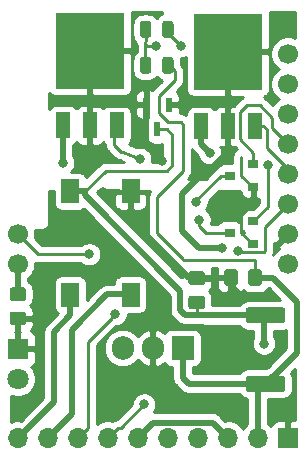
<source format=gbr>
G04 #@! TF.GenerationSoftware,KiCad,Pcbnew,5.1.5+dfsg1-2build2*
G04 #@! TF.CreationDate,2021-04-05T13:49:58+02:00*
G04 #@! TF.ProjectId,transistor_board,7472616e-7369-4737-946f-725f626f6172,rev?*
G04 #@! TF.SameCoordinates,Original*
G04 #@! TF.FileFunction,Copper,L2,Bot*
G04 #@! TF.FilePolarity,Positive*
%FSLAX46Y46*%
G04 Gerber Fmt 4.6, Leading zero omitted, Abs format (unit mm)*
G04 Created by KiCad (PCBNEW 5.1.5+dfsg1-2build2) date 2021-04-05 13:49:58*
%MOMM*%
%LPD*%
G04 APERTURE LIST*
%ADD10R,5.800000X6.400000*%
%ADD11R,1.200000X2.200000*%
%ADD12C,1.800000*%
%ADD13R,1.800000X1.800000*%
%ADD14C,1.700000*%
%ADD15C,0.100000*%
%ADD16R,0.900000X0.800000*%
%ADD17R,0.600000X1.300000*%
%ADD18R,1.500000X2.000000*%
%ADD19O,1.905000X2.000000*%
%ADD20R,1.905000X2.000000*%
%ADD21O,1.700000X1.700000*%
%ADD22R,1.700000X1.700000*%
%ADD23C,0.800000*%
%ADD24C,0.500000*%
%ADD25C,0.250000*%
%ADD26C,0.254000*%
G04 APERTURE END LIST*
D10*
X120396000Y-101214500D03*
D11*
X118116000Y-107514500D03*
X120396000Y-107514500D03*
X122676000Y-107514500D03*
D10*
X132080000Y-101278000D03*
D11*
X129800000Y-107578000D03*
X132080000Y-107578000D03*
X134360000Y-107578000D03*
D12*
X114300000Y-128980000D03*
D13*
X114300000Y-126440000D03*
D14*
X114300000Y-119253000D03*
X114300000Y-116713000D03*
X137160000Y-101473000D03*
X137160000Y-104013000D03*
X137160000Y-106553000D03*
X137160000Y-109093000D03*
X137160000Y-111633000D03*
X137160000Y-114173000D03*
X137160000Y-116713000D03*
X137160000Y-119253000D03*
G04 #@! TA.AperFunction,SMDPad,CuDef*
D15*
G36*
X136704505Y-122918204D02*
G01*
X136728773Y-122921804D01*
X136752572Y-122927765D01*
X136775671Y-122936030D01*
X136797850Y-122946520D01*
X136818893Y-122959132D01*
X136838599Y-122973747D01*
X136856777Y-122990223D01*
X136873253Y-123008401D01*
X136887868Y-123028107D01*
X136900480Y-123049150D01*
X136910970Y-123071329D01*
X136919235Y-123094428D01*
X136925196Y-123118227D01*
X136928796Y-123142495D01*
X136930000Y-123166999D01*
X136930000Y-124017001D01*
X136928796Y-124041505D01*
X136925196Y-124065773D01*
X136919235Y-124089572D01*
X136910970Y-124112671D01*
X136900480Y-124134850D01*
X136887868Y-124155893D01*
X136873253Y-124175599D01*
X136856777Y-124193777D01*
X136838599Y-124210253D01*
X136818893Y-124224868D01*
X136797850Y-124237480D01*
X136775671Y-124247970D01*
X136752572Y-124256235D01*
X136728773Y-124262196D01*
X136704505Y-124265796D01*
X136680001Y-124267000D01*
X133829999Y-124267000D01*
X133805495Y-124265796D01*
X133781227Y-124262196D01*
X133757428Y-124256235D01*
X133734329Y-124247970D01*
X133712150Y-124237480D01*
X133691107Y-124224868D01*
X133671401Y-124210253D01*
X133653223Y-124193777D01*
X133636747Y-124175599D01*
X133622132Y-124155893D01*
X133609520Y-124134850D01*
X133599030Y-124112671D01*
X133590765Y-124089572D01*
X133584804Y-124065773D01*
X133581204Y-124041505D01*
X133580000Y-124017001D01*
X133580000Y-123166999D01*
X133581204Y-123142495D01*
X133584804Y-123118227D01*
X133590765Y-123094428D01*
X133599030Y-123071329D01*
X133609520Y-123049150D01*
X133622132Y-123028107D01*
X133636747Y-123008401D01*
X133653223Y-122990223D01*
X133671401Y-122973747D01*
X133691107Y-122959132D01*
X133712150Y-122946520D01*
X133734329Y-122936030D01*
X133757428Y-122927765D01*
X133781227Y-122921804D01*
X133805495Y-122918204D01*
X133829999Y-122917000D01*
X136680001Y-122917000D01*
X136704505Y-122918204D01*
G37*
G04 #@! TD.AperFunction*
G04 #@! TA.AperFunction,SMDPad,CuDef*
G36*
X136704505Y-128718204D02*
G01*
X136728773Y-128721804D01*
X136752572Y-128727765D01*
X136775671Y-128736030D01*
X136797850Y-128746520D01*
X136818893Y-128759132D01*
X136838599Y-128773747D01*
X136856777Y-128790223D01*
X136873253Y-128808401D01*
X136887868Y-128828107D01*
X136900480Y-128849150D01*
X136910970Y-128871329D01*
X136919235Y-128894428D01*
X136925196Y-128918227D01*
X136928796Y-128942495D01*
X136930000Y-128966999D01*
X136930000Y-129817001D01*
X136928796Y-129841505D01*
X136925196Y-129865773D01*
X136919235Y-129889572D01*
X136910970Y-129912671D01*
X136900480Y-129934850D01*
X136887868Y-129955893D01*
X136873253Y-129975599D01*
X136856777Y-129993777D01*
X136838599Y-130010253D01*
X136818893Y-130024868D01*
X136797850Y-130037480D01*
X136775671Y-130047970D01*
X136752572Y-130056235D01*
X136728773Y-130062196D01*
X136704505Y-130065796D01*
X136680001Y-130067000D01*
X133829999Y-130067000D01*
X133805495Y-130065796D01*
X133781227Y-130062196D01*
X133757428Y-130056235D01*
X133734329Y-130047970D01*
X133712150Y-130037480D01*
X133691107Y-130024868D01*
X133671401Y-130010253D01*
X133653223Y-129993777D01*
X133636747Y-129975599D01*
X133622132Y-129955893D01*
X133609520Y-129934850D01*
X133599030Y-129912671D01*
X133590765Y-129889572D01*
X133584804Y-129865773D01*
X133581204Y-129841505D01*
X133580000Y-129817001D01*
X133580000Y-128966999D01*
X133581204Y-128942495D01*
X133584804Y-128918227D01*
X133590765Y-128894428D01*
X133599030Y-128871329D01*
X133609520Y-128849150D01*
X133622132Y-128828107D01*
X133636747Y-128808401D01*
X133653223Y-128790223D01*
X133671401Y-128773747D01*
X133691107Y-128759132D01*
X133712150Y-128746520D01*
X133734329Y-128736030D01*
X133757428Y-128727765D01*
X133781227Y-128721804D01*
X133805495Y-128718204D01*
X133829999Y-128717000D01*
X136680001Y-128717000D01*
X136704505Y-128718204D01*
G37*
G04 #@! TD.AperFunction*
D16*
X132223000Y-111760000D03*
X134223000Y-112710000D03*
X134223000Y-110810000D03*
X132223000Y-116586000D03*
X134223000Y-117536000D03*
X134223000Y-115636000D03*
D17*
X125150000Y-105750000D03*
X127050000Y-105750000D03*
X126100000Y-107850000D03*
D18*
X118735000Y-121845000D03*
X123835000Y-121845000D03*
X123835000Y-113105000D03*
X118735000Y-113105000D03*
G04 #@! TA.AperFunction,SMDPad,CuDef*
D15*
G36*
X134724505Y-119697204D02*
G01*
X134748773Y-119700804D01*
X134772572Y-119706765D01*
X134795671Y-119715030D01*
X134817850Y-119725520D01*
X134838893Y-119738132D01*
X134858599Y-119752747D01*
X134876777Y-119769223D01*
X134893253Y-119787401D01*
X134907868Y-119807107D01*
X134920480Y-119828150D01*
X134930970Y-119850329D01*
X134939235Y-119873428D01*
X134945196Y-119897227D01*
X134948796Y-119921495D01*
X134950000Y-119945999D01*
X134950000Y-120846001D01*
X134948796Y-120870505D01*
X134945196Y-120894773D01*
X134939235Y-120918572D01*
X134930970Y-120941671D01*
X134920480Y-120963850D01*
X134907868Y-120984893D01*
X134893253Y-121004599D01*
X134876777Y-121022777D01*
X134858599Y-121039253D01*
X134838893Y-121053868D01*
X134817850Y-121066480D01*
X134795671Y-121076970D01*
X134772572Y-121085235D01*
X134748773Y-121091196D01*
X134724505Y-121094796D01*
X134700001Y-121096000D01*
X134049999Y-121096000D01*
X134025495Y-121094796D01*
X134001227Y-121091196D01*
X133977428Y-121085235D01*
X133954329Y-121076970D01*
X133932150Y-121066480D01*
X133911107Y-121053868D01*
X133891401Y-121039253D01*
X133873223Y-121022777D01*
X133856747Y-121004599D01*
X133842132Y-120984893D01*
X133829520Y-120963850D01*
X133819030Y-120941671D01*
X133810765Y-120918572D01*
X133804804Y-120894773D01*
X133801204Y-120870505D01*
X133800000Y-120846001D01*
X133800000Y-119945999D01*
X133801204Y-119921495D01*
X133804804Y-119897227D01*
X133810765Y-119873428D01*
X133819030Y-119850329D01*
X133829520Y-119828150D01*
X133842132Y-119807107D01*
X133856747Y-119787401D01*
X133873223Y-119769223D01*
X133891401Y-119752747D01*
X133911107Y-119738132D01*
X133932150Y-119725520D01*
X133954329Y-119715030D01*
X133977428Y-119706765D01*
X134001227Y-119700804D01*
X134025495Y-119697204D01*
X134049999Y-119696000D01*
X134700001Y-119696000D01*
X134724505Y-119697204D01*
G37*
G04 #@! TD.AperFunction*
G04 #@! TA.AperFunction,SMDPad,CuDef*
G36*
X132674505Y-119697204D02*
G01*
X132698773Y-119700804D01*
X132722572Y-119706765D01*
X132745671Y-119715030D01*
X132767850Y-119725520D01*
X132788893Y-119738132D01*
X132808599Y-119752747D01*
X132826777Y-119769223D01*
X132843253Y-119787401D01*
X132857868Y-119807107D01*
X132870480Y-119828150D01*
X132880970Y-119850329D01*
X132889235Y-119873428D01*
X132895196Y-119897227D01*
X132898796Y-119921495D01*
X132900000Y-119945999D01*
X132900000Y-120846001D01*
X132898796Y-120870505D01*
X132895196Y-120894773D01*
X132889235Y-120918572D01*
X132880970Y-120941671D01*
X132870480Y-120963850D01*
X132857868Y-120984893D01*
X132843253Y-121004599D01*
X132826777Y-121022777D01*
X132808599Y-121039253D01*
X132788893Y-121053868D01*
X132767850Y-121066480D01*
X132745671Y-121076970D01*
X132722572Y-121085235D01*
X132698773Y-121091196D01*
X132674505Y-121094796D01*
X132650001Y-121096000D01*
X131999999Y-121096000D01*
X131975495Y-121094796D01*
X131951227Y-121091196D01*
X131927428Y-121085235D01*
X131904329Y-121076970D01*
X131882150Y-121066480D01*
X131861107Y-121053868D01*
X131841401Y-121039253D01*
X131823223Y-121022777D01*
X131806747Y-121004599D01*
X131792132Y-120984893D01*
X131779520Y-120963850D01*
X131769030Y-120941671D01*
X131760765Y-120918572D01*
X131754804Y-120894773D01*
X131751204Y-120870505D01*
X131750000Y-120846001D01*
X131750000Y-119945999D01*
X131751204Y-119921495D01*
X131754804Y-119897227D01*
X131760765Y-119873428D01*
X131769030Y-119850329D01*
X131779520Y-119828150D01*
X131792132Y-119807107D01*
X131806747Y-119787401D01*
X131823223Y-119769223D01*
X131841401Y-119752747D01*
X131861107Y-119738132D01*
X131882150Y-119725520D01*
X131904329Y-119715030D01*
X131927428Y-119706765D01*
X131951227Y-119700804D01*
X131975495Y-119697204D01*
X131999999Y-119696000D01*
X132650001Y-119696000D01*
X132674505Y-119697204D01*
G37*
G04 #@! TD.AperFunction*
G04 #@! TA.AperFunction,SMDPad,CuDef*
G36*
X114764505Y-123281204D02*
G01*
X114788773Y-123284804D01*
X114812572Y-123290765D01*
X114835671Y-123299030D01*
X114857850Y-123309520D01*
X114878893Y-123322132D01*
X114898599Y-123336747D01*
X114916777Y-123353223D01*
X114933253Y-123371401D01*
X114947868Y-123391107D01*
X114960480Y-123412150D01*
X114970970Y-123434329D01*
X114979235Y-123457428D01*
X114985196Y-123481227D01*
X114988796Y-123505495D01*
X114990000Y-123529999D01*
X114990000Y-124180001D01*
X114988796Y-124204505D01*
X114985196Y-124228773D01*
X114979235Y-124252572D01*
X114970970Y-124275671D01*
X114960480Y-124297850D01*
X114947868Y-124318893D01*
X114933253Y-124338599D01*
X114916777Y-124356777D01*
X114898599Y-124373253D01*
X114878893Y-124387868D01*
X114857850Y-124400480D01*
X114835671Y-124410970D01*
X114812572Y-124419235D01*
X114788773Y-124425196D01*
X114764505Y-124428796D01*
X114740001Y-124430000D01*
X113839999Y-124430000D01*
X113815495Y-124428796D01*
X113791227Y-124425196D01*
X113767428Y-124419235D01*
X113744329Y-124410970D01*
X113722150Y-124400480D01*
X113701107Y-124387868D01*
X113681401Y-124373253D01*
X113663223Y-124356777D01*
X113646747Y-124338599D01*
X113632132Y-124318893D01*
X113619520Y-124297850D01*
X113609030Y-124275671D01*
X113600765Y-124252572D01*
X113594804Y-124228773D01*
X113591204Y-124204505D01*
X113590000Y-124180001D01*
X113590000Y-123529999D01*
X113591204Y-123505495D01*
X113594804Y-123481227D01*
X113600765Y-123457428D01*
X113609030Y-123434329D01*
X113619520Y-123412150D01*
X113632132Y-123391107D01*
X113646747Y-123371401D01*
X113663223Y-123353223D01*
X113681401Y-123336747D01*
X113701107Y-123322132D01*
X113722150Y-123309520D01*
X113744329Y-123299030D01*
X113767428Y-123290765D01*
X113791227Y-123284804D01*
X113815495Y-123281204D01*
X113839999Y-123280000D01*
X114740001Y-123280000D01*
X114764505Y-123281204D01*
G37*
G04 #@! TD.AperFunction*
G04 #@! TA.AperFunction,SMDPad,CuDef*
G36*
X114764505Y-121231204D02*
G01*
X114788773Y-121234804D01*
X114812572Y-121240765D01*
X114835671Y-121249030D01*
X114857850Y-121259520D01*
X114878893Y-121272132D01*
X114898599Y-121286747D01*
X114916777Y-121303223D01*
X114933253Y-121321401D01*
X114947868Y-121341107D01*
X114960480Y-121362150D01*
X114970970Y-121384329D01*
X114979235Y-121407428D01*
X114985196Y-121431227D01*
X114988796Y-121455495D01*
X114990000Y-121479999D01*
X114990000Y-122130001D01*
X114988796Y-122154505D01*
X114985196Y-122178773D01*
X114979235Y-122202572D01*
X114970970Y-122225671D01*
X114960480Y-122247850D01*
X114947868Y-122268893D01*
X114933253Y-122288599D01*
X114916777Y-122306777D01*
X114898599Y-122323253D01*
X114878893Y-122337868D01*
X114857850Y-122350480D01*
X114835671Y-122360970D01*
X114812572Y-122369235D01*
X114788773Y-122375196D01*
X114764505Y-122378796D01*
X114740001Y-122380000D01*
X113839999Y-122380000D01*
X113815495Y-122378796D01*
X113791227Y-122375196D01*
X113767428Y-122369235D01*
X113744329Y-122360970D01*
X113722150Y-122350480D01*
X113701107Y-122337868D01*
X113681401Y-122323253D01*
X113663223Y-122306777D01*
X113646747Y-122288599D01*
X113632132Y-122268893D01*
X113619520Y-122247850D01*
X113609030Y-122225671D01*
X113600765Y-122202572D01*
X113594804Y-122178773D01*
X113591204Y-122154505D01*
X113590000Y-122130001D01*
X113590000Y-121479999D01*
X113591204Y-121455495D01*
X113594804Y-121431227D01*
X113600765Y-121407428D01*
X113609030Y-121384329D01*
X113619520Y-121362150D01*
X113632132Y-121341107D01*
X113646747Y-121321401D01*
X113663223Y-121303223D01*
X113681401Y-121286747D01*
X113701107Y-121272132D01*
X113722150Y-121259520D01*
X113744329Y-121249030D01*
X113767428Y-121240765D01*
X113791227Y-121234804D01*
X113815495Y-121231204D01*
X113839999Y-121230000D01*
X114740001Y-121230000D01*
X114764505Y-121231204D01*
G37*
G04 #@! TD.AperFunction*
G04 #@! TA.AperFunction,SMDPad,CuDef*
G36*
X129904505Y-119871204D02*
G01*
X129928773Y-119874804D01*
X129952572Y-119880765D01*
X129975671Y-119889030D01*
X129997850Y-119899520D01*
X130018893Y-119912132D01*
X130038599Y-119926747D01*
X130056777Y-119943223D01*
X130073253Y-119961401D01*
X130087868Y-119981107D01*
X130100480Y-120002150D01*
X130110970Y-120024329D01*
X130119235Y-120047428D01*
X130125196Y-120071227D01*
X130128796Y-120095495D01*
X130130000Y-120119999D01*
X130130000Y-120770001D01*
X130128796Y-120794505D01*
X130125196Y-120818773D01*
X130119235Y-120842572D01*
X130110970Y-120865671D01*
X130100480Y-120887850D01*
X130087868Y-120908893D01*
X130073253Y-120928599D01*
X130056777Y-120946777D01*
X130038599Y-120963253D01*
X130018893Y-120977868D01*
X129997850Y-120990480D01*
X129975671Y-121000970D01*
X129952572Y-121009235D01*
X129928773Y-121015196D01*
X129904505Y-121018796D01*
X129880001Y-121020000D01*
X128979999Y-121020000D01*
X128955495Y-121018796D01*
X128931227Y-121015196D01*
X128907428Y-121009235D01*
X128884329Y-121000970D01*
X128862150Y-120990480D01*
X128841107Y-120977868D01*
X128821401Y-120963253D01*
X128803223Y-120946777D01*
X128786747Y-120928599D01*
X128772132Y-120908893D01*
X128759520Y-120887850D01*
X128749030Y-120865671D01*
X128740765Y-120842572D01*
X128734804Y-120818773D01*
X128731204Y-120794505D01*
X128730000Y-120770001D01*
X128730000Y-120119999D01*
X128731204Y-120095495D01*
X128734804Y-120071227D01*
X128740765Y-120047428D01*
X128749030Y-120024329D01*
X128759520Y-120002150D01*
X128772132Y-119981107D01*
X128786747Y-119961401D01*
X128803223Y-119943223D01*
X128821401Y-119926747D01*
X128841107Y-119912132D01*
X128862150Y-119899520D01*
X128884329Y-119889030D01*
X128907428Y-119880765D01*
X128931227Y-119874804D01*
X128955495Y-119871204D01*
X128979999Y-119870000D01*
X129880001Y-119870000D01*
X129904505Y-119871204D01*
G37*
G04 #@! TD.AperFunction*
G04 #@! TA.AperFunction,SMDPad,CuDef*
G36*
X129904505Y-121921204D02*
G01*
X129928773Y-121924804D01*
X129952572Y-121930765D01*
X129975671Y-121939030D01*
X129997850Y-121949520D01*
X130018893Y-121962132D01*
X130038599Y-121976747D01*
X130056777Y-121993223D01*
X130073253Y-122011401D01*
X130087868Y-122031107D01*
X130100480Y-122052150D01*
X130110970Y-122074329D01*
X130119235Y-122097428D01*
X130125196Y-122121227D01*
X130128796Y-122145495D01*
X130130000Y-122169999D01*
X130130000Y-122820001D01*
X130128796Y-122844505D01*
X130125196Y-122868773D01*
X130119235Y-122892572D01*
X130110970Y-122915671D01*
X130100480Y-122937850D01*
X130087868Y-122958893D01*
X130073253Y-122978599D01*
X130056777Y-122996777D01*
X130038599Y-123013253D01*
X130018893Y-123027868D01*
X129997850Y-123040480D01*
X129975671Y-123050970D01*
X129952572Y-123059235D01*
X129928773Y-123065196D01*
X129904505Y-123068796D01*
X129880001Y-123070000D01*
X128979999Y-123070000D01*
X128955495Y-123068796D01*
X128931227Y-123065196D01*
X128907428Y-123059235D01*
X128884329Y-123050970D01*
X128862150Y-123040480D01*
X128841107Y-123027868D01*
X128821401Y-123013253D01*
X128803223Y-122996777D01*
X128786747Y-122978599D01*
X128772132Y-122958893D01*
X128759520Y-122937850D01*
X128749030Y-122915671D01*
X128740765Y-122892572D01*
X128734804Y-122868773D01*
X128731204Y-122844505D01*
X128730000Y-122820001D01*
X128730000Y-122169999D01*
X128731204Y-122145495D01*
X128734804Y-122121227D01*
X128740765Y-122097428D01*
X128749030Y-122074329D01*
X128759520Y-122052150D01*
X128772132Y-122031107D01*
X128786747Y-122011401D01*
X128803223Y-121993223D01*
X128821401Y-121976747D01*
X128841107Y-121962132D01*
X128862150Y-121949520D01*
X128884329Y-121939030D01*
X128907428Y-121930765D01*
X128931227Y-121924804D01*
X128955495Y-121921204D01*
X128979999Y-121920000D01*
X129880001Y-121920000D01*
X129904505Y-121921204D01*
G37*
G04 #@! TD.AperFunction*
G04 #@! TA.AperFunction,SMDPad,CuDef*
G36*
X127252642Y-98678674D02*
G01*
X127276303Y-98682184D01*
X127299507Y-98687996D01*
X127322029Y-98696054D01*
X127343653Y-98706282D01*
X127364170Y-98718579D01*
X127383383Y-98732829D01*
X127401107Y-98748893D01*
X127417171Y-98766617D01*
X127431421Y-98785830D01*
X127443718Y-98806347D01*
X127453946Y-98827971D01*
X127462004Y-98850493D01*
X127467816Y-98873697D01*
X127471326Y-98897358D01*
X127472500Y-98921250D01*
X127472500Y-99833750D01*
X127471326Y-99857642D01*
X127467816Y-99881303D01*
X127462004Y-99904507D01*
X127453946Y-99927029D01*
X127443718Y-99948653D01*
X127431421Y-99969170D01*
X127417171Y-99988383D01*
X127401107Y-100006107D01*
X127383383Y-100022171D01*
X127364170Y-100036421D01*
X127343653Y-100048718D01*
X127322029Y-100058946D01*
X127299507Y-100067004D01*
X127276303Y-100072816D01*
X127252642Y-100076326D01*
X127228750Y-100077500D01*
X126741250Y-100077500D01*
X126717358Y-100076326D01*
X126693697Y-100072816D01*
X126670493Y-100067004D01*
X126647971Y-100058946D01*
X126626347Y-100048718D01*
X126605830Y-100036421D01*
X126586617Y-100022171D01*
X126568893Y-100006107D01*
X126552829Y-99988383D01*
X126538579Y-99969170D01*
X126526282Y-99948653D01*
X126516054Y-99927029D01*
X126507996Y-99904507D01*
X126502184Y-99881303D01*
X126498674Y-99857642D01*
X126497500Y-99833750D01*
X126497500Y-98921250D01*
X126498674Y-98897358D01*
X126502184Y-98873697D01*
X126507996Y-98850493D01*
X126516054Y-98827971D01*
X126526282Y-98806347D01*
X126538579Y-98785830D01*
X126552829Y-98766617D01*
X126568893Y-98748893D01*
X126586617Y-98732829D01*
X126605830Y-98718579D01*
X126626347Y-98706282D01*
X126647971Y-98696054D01*
X126670493Y-98687996D01*
X126693697Y-98682184D01*
X126717358Y-98678674D01*
X126741250Y-98677500D01*
X127228750Y-98677500D01*
X127252642Y-98678674D01*
G37*
G04 #@! TD.AperFunction*
G04 #@! TA.AperFunction,SMDPad,CuDef*
G36*
X125377642Y-98678674D02*
G01*
X125401303Y-98682184D01*
X125424507Y-98687996D01*
X125447029Y-98696054D01*
X125468653Y-98706282D01*
X125489170Y-98718579D01*
X125508383Y-98732829D01*
X125526107Y-98748893D01*
X125542171Y-98766617D01*
X125556421Y-98785830D01*
X125568718Y-98806347D01*
X125578946Y-98827971D01*
X125587004Y-98850493D01*
X125592816Y-98873697D01*
X125596326Y-98897358D01*
X125597500Y-98921250D01*
X125597500Y-99833750D01*
X125596326Y-99857642D01*
X125592816Y-99881303D01*
X125587004Y-99904507D01*
X125578946Y-99927029D01*
X125568718Y-99948653D01*
X125556421Y-99969170D01*
X125542171Y-99988383D01*
X125526107Y-100006107D01*
X125508383Y-100022171D01*
X125489170Y-100036421D01*
X125468653Y-100048718D01*
X125447029Y-100058946D01*
X125424507Y-100067004D01*
X125401303Y-100072816D01*
X125377642Y-100076326D01*
X125353750Y-100077500D01*
X124866250Y-100077500D01*
X124842358Y-100076326D01*
X124818697Y-100072816D01*
X124795493Y-100067004D01*
X124772971Y-100058946D01*
X124751347Y-100048718D01*
X124730830Y-100036421D01*
X124711617Y-100022171D01*
X124693893Y-100006107D01*
X124677829Y-99988383D01*
X124663579Y-99969170D01*
X124651282Y-99948653D01*
X124641054Y-99927029D01*
X124632996Y-99904507D01*
X124627184Y-99881303D01*
X124623674Y-99857642D01*
X124622500Y-99833750D01*
X124622500Y-98921250D01*
X124623674Y-98897358D01*
X124627184Y-98873697D01*
X124632996Y-98850493D01*
X124641054Y-98827971D01*
X124651282Y-98806347D01*
X124663579Y-98785830D01*
X124677829Y-98766617D01*
X124693893Y-98748893D01*
X124711617Y-98732829D01*
X124730830Y-98718579D01*
X124751347Y-98706282D01*
X124772971Y-98696054D01*
X124795493Y-98687996D01*
X124818697Y-98682184D01*
X124842358Y-98678674D01*
X124866250Y-98677500D01*
X125353750Y-98677500D01*
X125377642Y-98678674D01*
G37*
G04 #@! TD.AperFunction*
G04 #@! TA.AperFunction,SMDPad,CuDef*
G36*
X125377642Y-101726674D02*
G01*
X125401303Y-101730184D01*
X125424507Y-101735996D01*
X125447029Y-101744054D01*
X125468653Y-101754282D01*
X125489170Y-101766579D01*
X125508383Y-101780829D01*
X125526107Y-101796893D01*
X125542171Y-101814617D01*
X125556421Y-101833830D01*
X125568718Y-101854347D01*
X125578946Y-101875971D01*
X125587004Y-101898493D01*
X125592816Y-101921697D01*
X125596326Y-101945358D01*
X125597500Y-101969250D01*
X125597500Y-102881750D01*
X125596326Y-102905642D01*
X125592816Y-102929303D01*
X125587004Y-102952507D01*
X125578946Y-102975029D01*
X125568718Y-102996653D01*
X125556421Y-103017170D01*
X125542171Y-103036383D01*
X125526107Y-103054107D01*
X125508383Y-103070171D01*
X125489170Y-103084421D01*
X125468653Y-103096718D01*
X125447029Y-103106946D01*
X125424507Y-103115004D01*
X125401303Y-103120816D01*
X125377642Y-103124326D01*
X125353750Y-103125500D01*
X124866250Y-103125500D01*
X124842358Y-103124326D01*
X124818697Y-103120816D01*
X124795493Y-103115004D01*
X124772971Y-103106946D01*
X124751347Y-103096718D01*
X124730830Y-103084421D01*
X124711617Y-103070171D01*
X124693893Y-103054107D01*
X124677829Y-103036383D01*
X124663579Y-103017170D01*
X124651282Y-102996653D01*
X124641054Y-102975029D01*
X124632996Y-102952507D01*
X124627184Y-102929303D01*
X124623674Y-102905642D01*
X124622500Y-102881750D01*
X124622500Y-101969250D01*
X124623674Y-101945358D01*
X124627184Y-101921697D01*
X124632996Y-101898493D01*
X124641054Y-101875971D01*
X124651282Y-101854347D01*
X124663579Y-101833830D01*
X124677829Y-101814617D01*
X124693893Y-101796893D01*
X124711617Y-101780829D01*
X124730830Y-101766579D01*
X124751347Y-101754282D01*
X124772971Y-101744054D01*
X124795493Y-101735996D01*
X124818697Y-101730184D01*
X124842358Y-101726674D01*
X124866250Y-101725500D01*
X125353750Y-101725500D01*
X125377642Y-101726674D01*
G37*
G04 #@! TD.AperFunction*
G04 #@! TA.AperFunction,SMDPad,CuDef*
G36*
X127252642Y-101726674D02*
G01*
X127276303Y-101730184D01*
X127299507Y-101735996D01*
X127322029Y-101744054D01*
X127343653Y-101754282D01*
X127364170Y-101766579D01*
X127383383Y-101780829D01*
X127401107Y-101796893D01*
X127417171Y-101814617D01*
X127431421Y-101833830D01*
X127443718Y-101854347D01*
X127453946Y-101875971D01*
X127462004Y-101898493D01*
X127467816Y-101921697D01*
X127471326Y-101945358D01*
X127472500Y-101969250D01*
X127472500Y-102881750D01*
X127471326Y-102905642D01*
X127467816Y-102929303D01*
X127462004Y-102952507D01*
X127453946Y-102975029D01*
X127443718Y-102996653D01*
X127431421Y-103017170D01*
X127417171Y-103036383D01*
X127401107Y-103054107D01*
X127383383Y-103070171D01*
X127364170Y-103084421D01*
X127343653Y-103096718D01*
X127322029Y-103106946D01*
X127299507Y-103115004D01*
X127276303Y-103120816D01*
X127252642Y-103124326D01*
X127228750Y-103125500D01*
X126741250Y-103125500D01*
X126717358Y-103124326D01*
X126693697Y-103120816D01*
X126670493Y-103115004D01*
X126647971Y-103106946D01*
X126626347Y-103096718D01*
X126605830Y-103084421D01*
X126586617Y-103070171D01*
X126568893Y-103054107D01*
X126552829Y-103036383D01*
X126538579Y-103017170D01*
X126526282Y-102996653D01*
X126516054Y-102975029D01*
X126507996Y-102952507D01*
X126502184Y-102929303D01*
X126498674Y-102905642D01*
X126497500Y-102881750D01*
X126497500Y-101969250D01*
X126498674Y-101945358D01*
X126502184Y-101921697D01*
X126507996Y-101898493D01*
X126516054Y-101875971D01*
X126526282Y-101854347D01*
X126538579Y-101833830D01*
X126552829Y-101814617D01*
X126568893Y-101796893D01*
X126586617Y-101780829D01*
X126605830Y-101766579D01*
X126626347Y-101754282D01*
X126647971Y-101744054D01*
X126670493Y-101735996D01*
X126693697Y-101730184D01*
X126717358Y-101726674D01*
X126741250Y-101725500D01*
X127228750Y-101725500D01*
X127252642Y-101726674D01*
G37*
G04 #@! TD.AperFunction*
D19*
X123170000Y-126365000D03*
X125710000Y-126365000D03*
D20*
X128250000Y-126365000D03*
D21*
X114300000Y-133985000D03*
X116840000Y-133985000D03*
X119380000Y-133985000D03*
X121920000Y-133985000D03*
X124460000Y-133985000D03*
X127000000Y-133985000D03*
X129540000Y-133985000D03*
X132080000Y-133985000D03*
X134620000Y-133985000D03*
D22*
X137160000Y-133985000D03*
D23*
X134175500Y-114109500D03*
X121475500Y-113157000D03*
X120269000Y-115824000D03*
X130556000Y-109855000D03*
X135763002Y-121856500D03*
X116586000Y-121602500D03*
X133159500Y-131000500D03*
X128206500Y-130619500D03*
X121412000Y-128714500D03*
X128079500Y-100774500D03*
X118110000Y-110680500D03*
X135128000Y-125984000D03*
X122110500Y-103632000D03*
X118110000Y-103568500D03*
X122110500Y-98996500D03*
X118110000Y-98996500D03*
X118160000Y-101300000D03*
X122130000Y-101260000D03*
X126492000Y-110490000D03*
X133858000Y-103632000D03*
X130111500Y-103632000D03*
X133794500Y-99060000D03*
X130111500Y-99060000D03*
X130150000Y-101250000D03*
X133810000Y-101250000D03*
X131572000Y-117856000D03*
X132905500Y-118110000D03*
X124650500Y-110363004D03*
X135476999Y-110903001D03*
X120332500Y-118427500D03*
X125984000Y-100774500D03*
X129413000Y-113982500D03*
X122555000Y-123507500D03*
X124984001Y-131143501D03*
X129667000Y-115506500D03*
D24*
X123835000Y-114605000D02*
X123835000Y-113105000D01*
X123835000Y-115426963D02*
X123835000Y-114605000D01*
X128804037Y-120396000D02*
X123835000Y-115426963D01*
X132325000Y-120396000D02*
X128804037Y-120396000D01*
X121475500Y-113157000D02*
X122872500Y-113157000D01*
D25*
X134175500Y-112757500D02*
X134223000Y-112710000D01*
X134175500Y-114109500D02*
X134175500Y-112757500D01*
X133223000Y-111760000D02*
X133223000Y-110162000D01*
X134173000Y-112710000D02*
X133223000Y-111760000D01*
X134223000Y-112710000D02*
X134173000Y-112710000D01*
X134173000Y-117536000D02*
X133223000Y-116586000D01*
X134223000Y-117536000D02*
X134173000Y-117536000D01*
X133223000Y-115062000D02*
X134175500Y-114109500D01*
X133223000Y-116586000D02*
X133223000Y-115062000D01*
D24*
X132325000Y-120396000D02*
X132325000Y-121096000D01*
X133085500Y-121856500D02*
X135197317Y-121856500D01*
X132325000Y-121096000D02*
X133085500Y-121856500D01*
X135197317Y-121856500D02*
X135763002Y-121856500D01*
X129674000Y-108043000D02*
X129674000Y-107543000D01*
X129730500Y-108099500D02*
X129674000Y-108043000D01*
D25*
X126985000Y-99680000D02*
X128079500Y-100774500D01*
X126985000Y-99377500D02*
X126985000Y-99680000D01*
D24*
X129800000Y-109099000D02*
X130556000Y-109855000D01*
X129800000Y-107578000D02*
X129800000Y-109099000D01*
X118116000Y-109912500D02*
X118116000Y-107514500D01*
X118110000Y-110680500D02*
X118116000Y-109912500D01*
D25*
X118797000Y-113105000D02*
X118735000Y-113105000D01*
X135128000Y-123719000D02*
X135255000Y-123592000D01*
D24*
X135128000Y-125984000D02*
X135128000Y-124206000D01*
D25*
X135128000Y-124206000D02*
X135128000Y-123719000D01*
X126900000Y-107850000D02*
X126100000Y-107850000D01*
X126900001Y-111340001D02*
X127342001Y-110898001D01*
X121749999Y-111340001D02*
X126900001Y-111340001D01*
X127342001Y-108292001D02*
X126900000Y-107850000D01*
X127342001Y-110898001D02*
X127342001Y-108292001D01*
X119985000Y-113105000D02*
X121749999Y-111340001D01*
D24*
X118735000Y-113105000D02*
X119985000Y-113105000D01*
X125309999Y-133135001D02*
X124460000Y-133985000D01*
X125760001Y-132684999D02*
X125309999Y-133135001D01*
X130779999Y-132684999D02*
X125760001Y-132684999D01*
X132080000Y-133985000D02*
X130779999Y-132684999D01*
X135255000Y-123592000D02*
X130132500Y-123592000D01*
X130132500Y-123592000D02*
X129980000Y-123550000D01*
X119985000Y-113444500D02*
X119985000Y-113105000D01*
X128030775Y-121579225D02*
X119985000Y-113444500D01*
X128030775Y-123150775D02*
X128030775Y-121579225D01*
X128430000Y-123550000D02*
X128030775Y-123150775D01*
X129980000Y-123550000D02*
X128430000Y-123550000D01*
D25*
X129430000Y-123550000D02*
X129980000Y-123550000D01*
X129430000Y-122495000D02*
X129430000Y-123550000D01*
D24*
X114300000Y-122165000D02*
X114300000Y-119253000D01*
D25*
X134620000Y-130027000D02*
X135255000Y-129392000D01*
D24*
X134620000Y-133985000D02*
X134620000Y-130027000D01*
D25*
X137922000Y-122428000D02*
X137922000Y-126725000D01*
D24*
X135951000Y-128717000D02*
X137922000Y-126746000D01*
X135930000Y-128717000D02*
X135951000Y-128717000D01*
X135255000Y-129392000D02*
X135930000Y-128717000D01*
D25*
X137922000Y-126725000D02*
X137922000Y-126746000D01*
D24*
X137922000Y-126725000D02*
X137922000Y-124460000D01*
X137922000Y-124460000D02*
X137922000Y-122428000D01*
X137922000Y-122428000D02*
X135890000Y-120396000D01*
X135890000Y-120396000D02*
X134375000Y-120396000D01*
D25*
X134375000Y-119696000D02*
X134375000Y-120396000D01*
X134366000Y-119687000D02*
X134375000Y-119696000D01*
X127063500Y-102425500D02*
X127569498Y-102931498D01*
X127569498Y-102931498D02*
X127569498Y-103695500D01*
X134366000Y-118872000D02*
X134366000Y-119687000D01*
X127569498Y-103695500D02*
X126238000Y-105026998D01*
X126238000Y-105026998D02*
X126238000Y-106473002D01*
X128079500Y-107251500D02*
X128270000Y-107442000D01*
X126238000Y-106473002D02*
X127016498Y-107251500D01*
X127016498Y-107251500D02*
X128079500Y-107251500D01*
X128270000Y-118872000D02*
X134366000Y-118872000D01*
X128270000Y-107442000D02*
X128270000Y-111379000D01*
X126111000Y-116649500D02*
X128270000Y-118808500D01*
X128270000Y-111379000D02*
X126111000Y-113538000D01*
X126111000Y-113538000D02*
X126111000Y-116649500D01*
X128270000Y-118808500D02*
X128270000Y-118872000D01*
D24*
X128250000Y-128865000D02*
X128250000Y-126365000D01*
X128777000Y-129392000D02*
X128250000Y-128865000D01*
X135255000Y-129392000D02*
X128777000Y-129392000D01*
X118735000Y-121845000D02*
X118735000Y-123581000D01*
X117348000Y-130937000D02*
X114300000Y-133985000D01*
X117348000Y-124968000D02*
X117348000Y-130937000D01*
X118735000Y-123581000D02*
X117348000Y-124968000D01*
X116840000Y-133985000D02*
X116840000Y-133858000D01*
X123835000Y-121845000D02*
X123821998Y-121831998D01*
X118872000Y-124818000D02*
X118872000Y-131953000D01*
X117689999Y-133135001D02*
X116840000Y-133985000D01*
X123821998Y-121831998D02*
X121858002Y-121831998D01*
X118872000Y-131953000D02*
X117689999Y-133135001D01*
X121858002Y-121831998D02*
X118872000Y-124818000D01*
D25*
X117710001Y-103968499D02*
X118110000Y-103568500D01*
X127000000Y-133858000D02*
X127000000Y-133985000D01*
D24*
X125150000Y-109148000D02*
X126492000Y-110490000D01*
X125150000Y-105750000D02*
X125150000Y-109148000D01*
D25*
X123929500Y-107927500D02*
X125150000Y-109148000D01*
X123929500Y-105750000D02*
X123929500Y-107927500D01*
D24*
X123929500Y-105750000D02*
X125150000Y-105750000D01*
D25*
X120396000Y-105346500D02*
X120396000Y-101214500D01*
X120437000Y-105750000D02*
X120396000Y-105791000D01*
D24*
X123929500Y-105750000D02*
X120437000Y-105750000D01*
D25*
X120396000Y-105791000D02*
X120396000Y-105346500D01*
D24*
X120396000Y-107514500D02*
X120396000Y-105791000D01*
X129603500Y-117856000D02*
X131006315Y-117856000D01*
X128206500Y-116459000D02*
X129603500Y-117856000D01*
X131006315Y-117856000D02*
X131572000Y-117856000D01*
X128206500Y-113347500D02*
X128206500Y-116459000D01*
X129730500Y-111823500D02*
X128206500Y-113347500D01*
D25*
X129222500Y-105727500D02*
X127127000Y-105727500D01*
X129286000Y-105664000D02*
X129222500Y-105727500D01*
X132080000Y-105664000D02*
X129286000Y-105664000D01*
X132080000Y-107578000D02*
X132080000Y-105664000D01*
X132080000Y-105664000D02*
X132080000Y-101278000D01*
D24*
X132080000Y-109785002D02*
X132080000Y-108928000D01*
X130041502Y-111823500D02*
X132080000Y-109785002D01*
X132080000Y-108928000D02*
X132080000Y-107578000D01*
X129730500Y-111823500D02*
X130041502Y-111823500D01*
D25*
X137160000Y-111188500D02*
X137160000Y-111633000D01*
X135382000Y-109410500D02*
X137160000Y-111188500D01*
X135382000Y-107841000D02*
X135382000Y-109410500D01*
X135084000Y-107543000D02*
X135382000Y-107841000D01*
X134234000Y-107543000D02*
X135084000Y-107543000D01*
X137160000Y-114173000D02*
X135191500Y-116141500D01*
X135191500Y-116141500D02*
X135191500Y-118173500D01*
X135103999Y-118261001D02*
X132993001Y-118261001D01*
X135191500Y-118173500D02*
X135103999Y-118261001D01*
X132993001Y-118261001D02*
X132905500Y-118173500D01*
X123190000Y-109728000D02*
X124650500Y-110363004D01*
X123007000Y-109728000D02*
X123190000Y-109728000D01*
X122422000Y-109143000D02*
X123007000Y-109728000D01*
X122422000Y-107543000D02*
X122422000Y-109143000D01*
D24*
X134223000Y-115713000D02*
X134223000Y-115636000D01*
D25*
X134236500Y-115636000D02*
X134223000Y-115636000D01*
X135476999Y-114395501D02*
X134236500Y-115636000D01*
X135476999Y-110903001D02*
X135476999Y-114395501D01*
X134239000Y-109833002D02*
X134239000Y-110807500D01*
X133096000Y-108690002D02*
X134239000Y-109833002D01*
X133096000Y-106395998D02*
X133096000Y-108690002D01*
X134225500Y-110807500D02*
X134223000Y-110810000D01*
X133700998Y-105791000D02*
X133096000Y-106395998D01*
X134767002Y-105791000D02*
X133700998Y-105791000D01*
X134239000Y-110807500D02*
X134225500Y-110807500D01*
X135832010Y-106856008D02*
X134767002Y-105791000D01*
X135832010Y-107765010D02*
X135832010Y-106856008D01*
X137160000Y-109093000D02*
X135832010Y-107765010D01*
X125112500Y-98750000D02*
X125095000Y-102108000D01*
X116014500Y-118427500D02*
X114300000Y-116713000D01*
X120332500Y-118427500D02*
X116014500Y-118427500D01*
X125418315Y-100774500D02*
X125984000Y-100774500D01*
X125285500Y-100774500D02*
X125418315Y-100774500D01*
X125095000Y-100584000D02*
X125285500Y-100774500D01*
D24*
X119380000Y-133985000D02*
X119380000Y-133858000D01*
D25*
X129413000Y-113870000D02*
X129413000Y-113982500D01*
X131523000Y-111760000D02*
X129413000Y-113870000D01*
X132223000Y-111760000D02*
X131523000Y-111760000D01*
X122155001Y-123907499D02*
X122555000Y-123507500D01*
X119380000Y-133985000D02*
X120229999Y-133135001D01*
X120229999Y-133135001D02*
X120229999Y-125832501D01*
X120229999Y-125832501D02*
X122155001Y-123907499D01*
X122992501Y-133135001D02*
X124984001Y-131143501D01*
X122769999Y-133135001D02*
X122992501Y-133135001D01*
X121920000Y-133985000D02*
X122769999Y-133135001D01*
X131523000Y-116586000D02*
X132223000Y-116586000D01*
X129667000Y-116072185D02*
X130180815Y-116586000D01*
X130180815Y-116586000D02*
X131523000Y-116586000D01*
X129667000Y-115506500D02*
X129667000Y-116072185D01*
D26*
G36*
X137770001Y-132498235D02*
G01*
X137445750Y-132500000D01*
X137287000Y-132658750D01*
X137287000Y-133858000D01*
X137307000Y-133858000D01*
X137307000Y-134112000D01*
X137287000Y-134112000D01*
X137287000Y-134132000D01*
X137033000Y-134132000D01*
X137033000Y-134112000D01*
X137013000Y-134112000D01*
X137013000Y-133858000D01*
X137033000Y-133858000D01*
X137033000Y-132658750D01*
X136874250Y-132500000D01*
X136310000Y-132496928D01*
X136185518Y-132509188D01*
X136065820Y-132545498D01*
X135955506Y-132604463D01*
X135858815Y-132683815D01*
X135779463Y-132780506D01*
X135720498Y-132890820D01*
X135698487Y-132963380D01*
X135566632Y-132831525D01*
X135505000Y-132790344D01*
X135505000Y-130705072D01*
X136680001Y-130705072D01*
X136853255Y-130688008D01*
X137019851Y-130637472D01*
X137173387Y-130555405D01*
X137307962Y-130444962D01*
X137418405Y-130310387D01*
X137500472Y-130156851D01*
X137551008Y-129990255D01*
X137568072Y-129817001D01*
X137568072Y-128966999D01*
X137551008Y-128793745D01*
X137500472Y-128627149D01*
X137428005Y-128491573D01*
X137770001Y-128149578D01*
X137770001Y-132498235D01*
G37*
X137770001Y-132498235D02*
X137445750Y-132500000D01*
X137287000Y-132658750D01*
X137287000Y-133858000D01*
X137307000Y-133858000D01*
X137307000Y-134112000D01*
X137287000Y-134112000D01*
X137287000Y-134132000D01*
X137033000Y-134132000D01*
X137033000Y-134112000D01*
X137013000Y-134112000D01*
X137013000Y-133858000D01*
X137033000Y-133858000D01*
X137033000Y-132658750D01*
X136874250Y-132500000D01*
X136310000Y-132496928D01*
X136185518Y-132509188D01*
X136065820Y-132545498D01*
X135955506Y-132604463D01*
X135858815Y-132683815D01*
X135779463Y-132780506D01*
X135720498Y-132890820D01*
X135698487Y-132963380D01*
X135566632Y-132831525D01*
X135505000Y-132790344D01*
X135505000Y-130705072D01*
X136680001Y-130705072D01*
X136853255Y-130688008D01*
X137019851Y-130637472D01*
X137173387Y-130555405D01*
X137307962Y-130444962D01*
X137418405Y-130310387D01*
X137500472Y-130156851D01*
X137551008Y-129990255D01*
X137568072Y-129817001D01*
X137568072Y-128966999D01*
X137551008Y-128793745D01*
X137500472Y-128627149D01*
X137428005Y-128491573D01*
X137770001Y-128149578D01*
X137770001Y-132498235D01*
G36*
X117346928Y-114105000D02*
G01*
X117359188Y-114229482D01*
X117395498Y-114349180D01*
X117454463Y-114459494D01*
X117533815Y-114556185D01*
X117630506Y-114635537D01*
X117740820Y-114694502D01*
X117860518Y-114730812D01*
X117985000Y-114743072D01*
X119485000Y-114743072D01*
X119609482Y-114730812D01*
X119729180Y-114694502D01*
X119839494Y-114635537D01*
X119882970Y-114599857D01*
X127145776Y-121942958D01*
X127145775Y-123107306D01*
X127141494Y-123150775D01*
X127145775Y-123194244D01*
X127145775Y-123194251D01*
X127158580Y-123324264D01*
X127209186Y-123491087D01*
X127291364Y-123644833D01*
X127401958Y-123779592D01*
X127435731Y-123807309D01*
X127773466Y-124145044D01*
X127801183Y-124178817D01*
X127935941Y-124289411D01*
X128089687Y-124371589D01*
X128256510Y-124422195D01*
X128386523Y-124435000D01*
X128386533Y-124435000D01*
X128429999Y-124439281D01*
X128473465Y-124435000D01*
X129860360Y-124435000D01*
X129886506Y-124442201D01*
X129959010Y-124464195D01*
X130013868Y-124469598D01*
X130068174Y-124478952D01*
X130143870Y-124477000D01*
X133073749Y-124477000D01*
X133091595Y-124510387D01*
X133202038Y-124644962D01*
X133336613Y-124755405D01*
X133490149Y-124837472D01*
X133656745Y-124888008D01*
X133829999Y-124905072D01*
X134243001Y-124905072D01*
X134243000Y-125445545D01*
X134210795Y-125493744D01*
X134132774Y-125682102D01*
X134093000Y-125882061D01*
X134093000Y-126085939D01*
X134132774Y-126285898D01*
X134210795Y-126474256D01*
X134324063Y-126643774D01*
X134468226Y-126787937D01*
X134637744Y-126901205D01*
X134826102Y-126979226D01*
X135026061Y-127019000D01*
X135229939Y-127019000D01*
X135429898Y-126979226D01*
X135618256Y-126901205D01*
X135787774Y-126787937D01*
X135931937Y-126643774D01*
X136045205Y-126474256D01*
X136123226Y-126285898D01*
X136163000Y-126085939D01*
X136163000Y-125882061D01*
X136123226Y-125682102D01*
X136045205Y-125493744D01*
X136013000Y-125445546D01*
X136013000Y-124905072D01*
X136680001Y-124905072D01*
X136853255Y-124888008D01*
X137019851Y-124837472D01*
X137037001Y-124828305D01*
X137037000Y-126379421D01*
X135442154Y-127974268D01*
X135435941Y-127977589D01*
X135419829Y-127990812D01*
X135334953Y-128060468D01*
X135334951Y-128060470D01*
X135312460Y-128078928D01*
X133829999Y-128078928D01*
X133656745Y-128095992D01*
X133490149Y-128146528D01*
X133336613Y-128228595D01*
X133202038Y-128339038D01*
X133091595Y-128473613D01*
X133073749Y-128507000D01*
X129143578Y-128507000D01*
X129135000Y-128498422D01*
X129135000Y-128003072D01*
X129202500Y-128003072D01*
X129326982Y-127990812D01*
X129446680Y-127954502D01*
X129556994Y-127895537D01*
X129653685Y-127816185D01*
X129733037Y-127719494D01*
X129792002Y-127609180D01*
X129828312Y-127489482D01*
X129840572Y-127365000D01*
X129840572Y-125365000D01*
X129828312Y-125240518D01*
X129792002Y-125120820D01*
X129733037Y-125010506D01*
X129653685Y-124913815D01*
X129556994Y-124834463D01*
X129446680Y-124775498D01*
X129326982Y-124739188D01*
X129202500Y-124726928D01*
X127297500Y-124726928D01*
X127173018Y-124739188D01*
X127053320Y-124775498D01*
X126943006Y-124834463D01*
X126846315Y-124913815D01*
X126766963Y-125010506D01*
X126717941Y-125102219D01*
X126576923Y-124989031D01*
X126301094Y-124845429D01*
X126082980Y-124774437D01*
X125837000Y-124894406D01*
X125837000Y-126238000D01*
X125857000Y-126238000D01*
X125857000Y-126492000D01*
X125837000Y-126492000D01*
X125837000Y-127835594D01*
X126082980Y-127955563D01*
X126301094Y-127884571D01*
X126576923Y-127740969D01*
X126717941Y-127627781D01*
X126766963Y-127719494D01*
X126846315Y-127816185D01*
X126943006Y-127895537D01*
X127053320Y-127954502D01*
X127173018Y-127990812D01*
X127297500Y-128003072D01*
X127365000Y-128003072D01*
X127365000Y-128821531D01*
X127360719Y-128865000D01*
X127365000Y-128908469D01*
X127365000Y-128908476D01*
X127376212Y-129022314D01*
X127377805Y-129038490D01*
X127393157Y-129089096D01*
X127428411Y-129205312D01*
X127510589Y-129359058D01*
X127621183Y-129493817D01*
X127654956Y-129521534D01*
X128120466Y-129987044D01*
X128148183Y-130020817D01*
X128181954Y-130048532D01*
X128282941Y-130131411D01*
X128436686Y-130213589D01*
X128603510Y-130264195D01*
X128733523Y-130277000D01*
X128733531Y-130277000D01*
X128777000Y-130281281D01*
X128820469Y-130277000D01*
X133073749Y-130277000D01*
X133091595Y-130310387D01*
X133202038Y-130444962D01*
X133336613Y-130555405D01*
X133490149Y-130637472D01*
X133656745Y-130688008D01*
X133735001Y-130695716D01*
X133735000Y-132790344D01*
X133673368Y-132831525D01*
X133466525Y-133038368D01*
X133350000Y-133212760D01*
X133233475Y-133038368D01*
X133026632Y-132831525D01*
X132783411Y-132669010D01*
X132513158Y-132557068D01*
X132226260Y-132500000D01*
X131933740Y-132500000D01*
X131861039Y-132514461D01*
X131436533Y-132089955D01*
X131408816Y-132056182D01*
X131274058Y-131945588D01*
X131120312Y-131863410D01*
X130953489Y-131812804D01*
X130823476Y-131799999D01*
X130823468Y-131799999D01*
X130779999Y-131795718D01*
X130736530Y-131799999D01*
X125803470Y-131799999D01*
X125790951Y-131798766D01*
X125901206Y-131633757D01*
X125979227Y-131445399D01*
X126019001Y-131245440D01*
X126019001Y-131041562D01*
X125979227Y-130841603D01*
X125901206Y-130653245D01*
X125787938Y-130483727D01*
X125643775Y-130339564D01*
X125474257Y-130226296D01*
X125285899Y-130148275D01*
X125085940Y-130108501D01*
X124882062Y-130108501D01*
X124682103Y-130148275D01*
X124493745Y-130226296D01*
X124324227Y-130339564D01*
X124180064Y-130483727D01*
X124066796Y-130653245D01*
X123988775Y-130841603D01*
X123949001Y-131041562D01*
X123949001Y-131103699D01*
X122671695Y-132381006D01*
X122621013Y-132385998D01*
X122477752Y-132429455D01*
X122345722Y-132500027D01*
X122291228Y-132544749D01*
X122066260Y-132500000D01*
X121773740Y-132500000D01*
X121486842Y-132557068D01*
X121216589Y-132669010D01*
X120989999Y-132820413D01*
X120989999Y-126239514D01*
X121582500Y-126239514D01*
X121582500Y-126490485D01*
X121605470Y-126723703D01*
X121696245Y-127022948D01*
X121843655Y-127298734D01*
X122042037Y-127540463D01*
X122283765Y-127738845D01*
X122559551Y-127886255D01*
X122858796Y-127977030D01*
X123170000Y-128007681D01*
X123481203Y-127977030D01*
X123780448Y-127886255D01*
X124056234Y-127738845D01*
X124297963Y-127540463D01*
X124445163Y-127361101D01*
X124600563Y-127546315D01*
X124843077Y-127740969D01*
X125118906Y-127884571D01*
X125337020Y-127955563D01*
X125583000Y-127835594D01*
X125583000Y-126492000D01*
X125563000Y-126492000D01*
X125563000Y-126238000D01*
X125583000Y-126238000D01*
X125583000Y-124894406D01*
X125337020Y-124774437D01*
X125118906Y-124845429D01*
X124843077Y-124989031D01*
X124600563Y-125183685D01*
X124445162Y-125368900D01*
X124297963Y-125189537D01*
X124056235Y-124991155D01*
X123780449Y-124843745D01*
X123481204Y-124752970D01*
X123170000Y-124722319D01*
X122858797Y-124752970D01*
X122559552Y-124843745D01*
X122283766Y-124991155D01*
X122042037Y-125189537D01*
X121843655Y-125431265D01*
X121696245Y-125707051D01*
X121605470Y-126006296D01*
X121582500Y-126239514D01*
X120989999Y-126239514D01*
X120989999Y-126147302D01*
X122594802Y-124542500D01*
X122656939Y-124542500D01*
X122856898Y-124502726D01*
X123045256Y-124424705D01*
X123214774Y-124311437D01*
X123358937Y-124167274D01*
X123472205Y-123997756D01*
X123550226Y-123809398D01*
X123590000Y-123609439D01*
X123590000Y-123483072D01*
X124585000Y-123483072D01*
X124709482Y-123470812D01*
X124829180Y-123434502D01*
X124939494Y-123375537D01*
X125036185Y-123296185D01*
X125115537Y-123199494D01*
X125174502Y-123089180D01*
X125210812Y-122969482D01*
X125223072Y-122845000D01*
X125223072Y-120845000D01*
X125210812Y-120720518D01*
X125174502Y-120600820D01*
X125115537Y-120490506D01*
X125036185Y-120393815D01*
X124939494Y-120314463D01*
X124829180Y-120255498D01*
X124709482Y-120219188D01*
X124585000Y-120206928D01*
X123085000Y-120206928D01*
X122960518Y-120219188D01*
X122840820Y-120255498D01*
X122730506Y-120314463D01*
X122633815Y-120393815D01*
X122554463Y-120490506D01*
X122495498Y-120600820D01*
X122459188Y-120720518D01*
X122446928Y-120845000D01*
X122446928Y-120946998D01*
X121901471Y-120946998D01*
X121858002Y-120942717D01*
X121814533Y-120946998D01*
X121814525Y-120946998D01*
X121684512Y-120959803D01*
X121517688Y-121010409D01*
X121363943Y-121092587D01*
X121262955Y-121175466D01*
X121262953Y-121175468D01*
X121229185Y-121203181D01*
X121201472Y-121236949D01*
X120123072Y-122315349D01*
X120123072Y-120845000D01*
X120110812Y-120720518D01*
X120074502Y-120600820D01*
X120015537Y-120490506D01*
X119936185Y-120393815D01*
X119839494Y-120314463D01*
X119729180Y-120255498D01*
X119609482Y-120219188D01*
X119485000Y-120206928D01*
X117985000Y-120206928D01*
X117860518Y-120219188D01*
X117740820Y-120255498D01*
X117630506Y-120314463D01*
X117533815Y-120393815D01*
X117454463Y-120490506D01*
X117395498Y-120600820D01*
X117359188Y-120720518D01*
X117346928Y-120845000D01*
X117346928Y-122845000D01*
X117359188Y-122969482D01*
X117395498Y-123089180D01*
X117454463Y-123199494D01*
X117533815Y-123296185D01*
X117630506Y-123375537D01*
X117668549Y-123395872D01*
X116752956Y-124311466D01*
X116719183Y-124339183D01*
X116608589Y-124473942D01*
X116526411Y-124627688D01*
X116492587Y-124739188D01*
X116475805Y-124794510D01*
X116474212Y-124810686D01*
X116463000Y-124924524D01*
X116463000Y-124924531D01*
X116458719Y-124968000D01*
X116463000Y-125011469D01*
X116463001Y-130570420D01*
X114518961Y-132514461D01*
X114446260Y-132500000D01*
X114153740Y-132500000D01*
X113866842Y-132557068D01*
X113690000Y-132630318D01*
X113690000Y-130388802D01*
X113852257Y-130456011D01*
X114148816Y-130515000D01*
X114451184Y-130515000D01*
X114747743Y-130456011D01*
X115027095Y-130340299D01*
X115278505Y-130172312D01*
X115492312Y-129958505D01*
X115660299Y-129707095D01*
X115776011Y-129427743D01*
X115835000Y-129131184D01*
X115835000Y-128828816D01*
X115776011Y-128532257D01*
X115660299Y-128252905D01*
X115492312Y-128001495D01*
X115425873Y-127935056D01*
X115444180Y-127929502D01*
X115554494Y-127870537D01*
X115651185Y-127791185D01*
X115730537Y-127694494D01*
X115789502Y-127584180D01*
X115825812Y-127464482D01*
X115838072Y-127340000D01*
X115835000Y-126725750D01*
X115676250Y-126567000D01*
X114427000Y-126567000D01*
X114427000Y-126587000D01*
X114173000Y-126587000D01*
X114173000Y-126567000D01*
X114153000Y-126567000D01*
X114153000Y-126313000D01*
X114173000Y-126313000D01*
X114173000Y-125063750D01*
X114089250Y-124980000D01*
X114163000Y-124906250D01*
X114163000Y-123982000D01*
X114417000Y-123982000D01*
X114417000Y-124906250D01*
X114500750Y-124990000D01*
X114427000Y-125063750D01*
X114427000Y-126313000D01*
X115676250Y-126313000D01*
X115835000Y-126154250D01*
X115838072Y-125540000D01*
X115825812Y-125415518D01*
X115789502Y-125295820D01*
X115730537Y-125185506D01*
X115651185Y-125088815D01*
X115554494Y-125009463D01*
X115444180Y-124950498D01*
X115380328Y-124931129D01*
X115441185Y-124881185D01*
X115520537Y-124784494D01*
X115579502Y-124674180D01*
X115615812Y-124554482D01*
X115628072Y-124430000D01*
X115625000Y-124140750D01*
X115466250Y-123982000D01*
X114417000Y-123982000D01*
X114163000Y-123982000D01*
X114143000Y-123982000D01*
X114143000Y-123728000D01*
X114163000Y-123728000D01*
X114163000Y-123708000D01*
X114417000Y-123708000D01*
X114417000Y-123728000D01*
X115466250Y-123728000D01*
X115625000Y-123569250D01*
X115628072Y-123280000D01*
X115615812Y-123155518D01*
X115579502Y-123035820D01*
X115520537Y-122925506D01*
X115441185Y-122828815D01*
X115361406Y-122763342D01*
X115367962Y-122757962D01*
X115478405Y-122623387D01*
X115560472Y-122469851D01*
X115611008Y-122303255D01*
X115628072Y-122130001D01*
X115628072Y-121479999D01*
X115611008Y-121306745D01*
X115560472Y-121140149D01*
X115478405Y-120986613D01*
X115367962Y-120852038D01*
X115233387Y-120741595D01*
X115185000Y-120715732D01*
X115185000Y-120447656D01*
X115246632Y-120406475D01*
X115453475Y-120199632D01*
X115615990Y-119956411D01*
X115727932Y-119686158D01*
X115785000Y-119399260D01*
X115785000Y-119152080D01*
X115865514Y-119176503D01*
X115977167Y-119187500D01*
X115977176Y-119187500D01*
X116014499Y-119191176D01*
X116051822Y-119187500D01*
X119628789Y-119187500D01*
X119672726Y-119231437D01*
X119842244Y-119344705D01*
X120030602Y-119422726D01*
X120230561Y-119462500D01*
X120434439Y-119462500D01*
X120634398Y-119422726D01*
X120822756Y-119344705D01*
X120992274Y-119231437D01*
X121136437Y-119087274D01*
X121249705Y-118917756D01*
X121327726Y-118729398D01*
X121367500Y-118529439D01*
X121367500Y-118325561D01*
X121327726Y-118125602D01*
X121249705Y-117937244D01*
X121136437Y-117767726D01*
X120992274Y-117623563D01*
X120822756Y-117510295D01*
X120634398Y-117432274D01*
X120434439Y-117392500D01*
X120230561Y-117392500D01*
X120030602Y-117432274D01*
X119842244Y-117510295D01*
X119672726Y-117623563D01*
X119628789Y-117667500D01*
X116329302Y-117667500D01*
X115741210Y-117079408D01*
X115785000Y-116859260D01*
X115785000Y-116566740D01*
X115743877Y-116360000D01*
X116267581Y-116360000D01*
X116300000Y-116363193D01*
X116332419Y-116360000D01*
X116429383Y-116350450D01*
X116553793Y-116312710D01*
X116668450Y-116251425D01*
X116768948Y-116168948D01*
X116851425Y-116068450D01*
X116912710Y-115953793D01*
X116950450Y-115829383D01*
X116963193Y-115700000D01*
X116960000Y-115667581D01*
X116960000Y-113092217D01*
X117346928Y-113091083D01*
X117346928Y-114105000D01*
G37*
X117346928Y-114105000D02*
X117359188Y-114229482D01*
X117395498Y-114349180D01*
X117454463Y-114459494D01*
X117533815Y-114556185D01*
X117630506Y-114635537D01*
X117740820Y-114694502D01*
X117860518Y-114730812D01*
X117985000Y-114743072D01*
X119485000Y-114743072D01*
X119609482Y-114730812D01*
X119729180Y-114694502D01*
X119839494Y-114635537D01*
X119882970Y-114599857D01*
X127145776Y-121942958D01*
X127145775Y-123107306D01*
X127141494Y-123150775D01*
X127145775Y-123194244D01*
X127145775Y-123194251D01*
X127158580Y-123324264D01*
X127209186Y-123491087D01*
X127291364Y-123644833D01*
X127401958Y-123779592D01*
X127435731Y-123807309D01*
X127773466Y-124145044D01*
X127801183Y-124178817D01*
X127935941Y-124289411D01*
X128089687Y-124371589D01*
X128256510Y-124422195D01*
X128386523Y-124435000D01*
X128386533Y-124435000D01*
X128429999Y-124439281D01*
X128473465Y-124435000D01*
X129860360Y-124435000D01*
X129886506Y-124442201D01*
X129959010Y-124464195D01*
X130013868Y-124469598D01*
X130068174Y-124478952D01*
X130143870Y-124477000D01*
X133073749Y-124477000D01*
X133091595Y-124510387D01*
X133202038Y-124644962D01*
X133336613Y-124755405D01*
X133490149Y-124837472D01*
X133656745Y-124888008D01*
X133829999Y-124905072D01*
X134243001Y-124905072D01*
X134243000Y-125445545D01*
X134210795Y-125493744D01*
X134132774Y-125682102D01*
X134093000Y-125882061D01*
X134093000Y-126085939D01*
X134132774Y-126285898D01*
X134210795Y-126474256D01*
X134324063Y-126643774D01*
X134468226Y-126787937D01*
X134637744Y-126901205D01*
X134826102Y-126979226D01*
X135026061Y-127019000D01*
X135229939Y-127019000D01*
X135429898Y-126979226D01*
X135618256Y-126901205D01*
X135787774Y-126787937D01*
X135931937Y-126643774D01*
X136045205Y-126474256D01*
X136123226Y-126285898D01*
X136163000Y-126085939D01*
X136163000Y-125882061D01*
X136123226Y-125682102D01*
X136045205Y-125493744D01*
X136013000Y-125445546D01*
X136013000Y-124905072D01*
X136680001Y-124905072D01*
X136853255Y-124888008D01*
X137019851Y-124837472D01*
X137037001Y-124828305D01*
X137037000Y-126379421D01*
X135442154Y-127974268D01*
X135435941Y-127977589D01*
X135419829Y-127990812D01*
X135334953Y-128060468D01*
X135334951Y-128060470D01*
X135312460Y-128078928D01*
X133829999Y-128078928D01*
X133656745Y-128095992D01*
X133490149Y-128146528D01*
X133336613Y-128228595D01*
X133202038Y-128339038D01*
X133091595Y-128473613D01*
X133073749Y-128507000D01*
X129143578Y-128507000D01*
X129135000Y-128498422D01*
X129135000Y-128003072D01*
X129202500Y-128003072D01*
X129326982Y-127990812D01*
X129446680Y-127954502D01*
X129556994Y-127895537D01*
X129653685Y-127816185D01*
X129733037Y-127719494D01*
X129792002Y-127609180D01*
X129828312Y-127489482D01*
X129840572Y-127365000D01*
X129840572Y-125365000D01*
X129828312Y-125240518D01*
X129792002Y-125120820D01*
X129733037Y-125010506D01*
X129653685Y-124913815D01*
X129556994Y-124834463D01*
X129446680Y-124775498D01*
X129326982Y-124739188D01*
X129202500Y-124726928D01*
X127297500Y-124726928D01*
X127173018Y-124739188D01*
X127053320Y-124775498D01*
X126943006Y-124834463D01*
X126846315Y-124913815D01*
X126766963Y-125010506D01*
X126717941Y-125102219D01*
X126576923Y-124989031D01*
X126301094Y-124845429D01*
X126082980Y-124774437D01*
X125837000Y-124894406D01*
X125837000Y-126238000D01*
X125857000Y-126238000D01*
X125857000Y-126492000D01*
X125837000Y-126492000D01*
X125837000Y-127835594D01*
X126082980Y-127955563D01*
X126301094Y-127884571D01*
X126576923Y-127740969D01*
X126717941Y-127627781D01*
X126766963Y-127719494D01*
X126846315Y-127816185D01*
X126943006Y-127895537D01*
X127053320Y-127954502D01*
X127173018Y-127990812D01*
X127297500Y-128003072D01*
X127365000Y-128003072D01*
X127365000Y-128821531D01*
X127360719Y-128865000D01*
X127365000Y-128908469D01*
X127365000Y-128908476D01*
X127376212Y-129022314D01*
X127377805Y-129038490D01*
X127393157Y-129089096D01*
X127428411Y-129205312D01*
X127510589Y-129359058D01*
X127621183Y-129493817D01*
X127654956Y-129521534D01*
X128120466Y-129987044D01*
X128148183Y-130020817D01*
X128181954Y-130048532D01*
X128282941Y-130131411D01*
X128436686Y-130213589D01*
X128603510Y-130264195D01*
X128733523Y-130277000D01*
X128733531Y-130277000D01*
X128777000Y-130281281D01*
X128820469Y-130277000D01*
X133073749Y-130277000D01*
X133091595Y-130310387D01*
X133202038Y-130444962D01*
X133336613Y-130555405D01*
X133490149Y-130637472D01*
X133656745Y-130688008D01*
X133735001Y-130695716D01*
X133735000Y-132790344D01*
X133673368Y-132831525D01*
X133466525Y-133038368D01*
X133350000Y-133212760D01*
X133233475Y-133038368D01*
X133026632Y-132831525D01*
X132783411Y-132669010D01*
X132513158Y-132557068D01*
X132226260Y-132500000D01*
X131933740Y-132500000D01*
X131861039Y-132514461D01*
X131436533Y-132089955D01*
X131408816Y-132056182D01*
X131274058Y-131945588D01*
X131120312Y-131863410D01*
X130953489Y-131812804D01*
X130823476Y-131799999D01*
X130823468Y-131799999D01*
X130779999Y-131795718D01*
X130736530Y-131799999D01*
X125803470Y-131799999D01*
X125790951Y-131798766D01*
X125901206Y-131633757D01*
X125979227Y-131445399D01*
X126019001Y-131245440D01*
X126019001Y-131041562D01*
X125979227Y-130841603D01*
X125901206Y-130653245D01*
X125787938Y-130483727D01*
X125643775Y-130339564D01*
X125474257Y-130226296D01*
X125285899Y-130148275D01*
X125085940Y-130108501D01*
X124882062Y-130108501D01*
X124682103Y-130148275D01*
X124493745Y-130226296D01*
X124324227Y-130339564D01*
X124180064Y-130483727D01*
X124066796Y-130653245D01*
X123988775Y-130841603D01*
X123949001Y-131041562D01*
X123949001Y-131103699D01*
X122671695Y-132381006D01*
X122621013Y-132385998D01*
X122477752Y-132429455D01*
X122345722Y-132500027D01*
X122291228Y-132544749D01*
X122066260Y-132500000D01*
X121773740Y-132500000D01*
X121486842Y-132557068D01*
X121216589Y-132669010D01*
X120989999Y-132820413D01*
X120989999Y-126239514D01*
X121582500Y-126239514D01*
X121582500Y-126490485D01*
X121605470Y-126723703D01*
X121696245Y-127022948D01*
X121843655Y-127298734D01*
X122042037Y-127540463D01*
X122283765Y-127738845D01*
X122559551Y-127886255D01*
X122858796Y-127977030D01*
X123170000Y-128007681D01*
X123481203Y-127977030D01*
X123780448Y-127886255D01*
X124056234Y-127738845D01*
X124297963Y-127540463D01*
X124445163Y-127361101D01*
X124600563Y-127546315D01*
X124843077Y-127740969D01*
X125118906Y-127884571D01*
X125337020Y-127955563D01*
X125583000Y-127835594D01*
X125583000Y-126492000D01*
X125563000Y-126492000D01*
X125563000Y-126238000D01*
X125583000Y-126238000D01*
X125583000Y-124894406D01*
X125337020Y-124774437D01*
X125118906Y-124845429D01*
X124843077Y-124989031D01*
X124600563Y-125183685D01*
X124445162Y-125368900D01*
X124297963Y-125189537D01*
X124056235Y-124991155D01*
X123780449Y-124843745D01*
X123481204Y-124752970D01*
X123170000Y-124722319D01*
X122858797Y-124752970D01*
X122559552Y-124843745D01*
X122283766Y-124991155D01*
X122042037Y-125189537D01*
X121843655Y-125431265D01*
X121696245Y-125707051D01*
X121605470Y-126006296D01*
X121582500Y-126239514D01*
X120989999Y-126239514D01*
X120989999Y-126147302D01*
X122594802Y-124542500D01*
X122656939Y-124542500D01*
X122856898Y-124502726D01*
X123045256Y-124424705D01*
X123214774Y-124311437D01*
X123358937Y-124167274D01*
X123472205Y-123997756D01*
X123550226Y-123809398D01*
X123590000Y-123609439D01*
X123590000Y-123483072D01*
X124585000Y-123483072D01*
X124709482Y-123470812D01*
X124829180Y-123434502D01*
X124939494Y-123375537D01*
X125036185Y-123296185D01*
X125115537Y-123199494D01*
X125174502Y-123089180D01*
X125210812Y-122969482D01*
X125223072Y-122845000D01*
X125223072Y-120845000D01*
X125210812Y-120720518D01*
X125174502Y-120600820D01*
X125115537Y-120490506D01*
X125036185Y-120393815D01*
X124939494Y-120314463D01*
X124829180Y-120255498D01*
X124709482Y-120219188D01*
X124585000Y-120206928D01*
X123085000Y-120206928D01*
X122960518Y-120219188D01*
X122840820Y-120255498D01*
X122730506Y-120314463D01*
X122633815Y-120393815D01*
X122554463Y-120490506D01*
X122495498Y-120600820D01*
X122459188Y-120720518D01*
X122446928Y-120845000D01*
X122446928Y-120946998D01*
X121901471Y-120946998D01*
X121858002Y-120942717D01*
X121814533Y-120946998D01*
X121814525Y-120946998D01*
X121684512Y-120959803D01*
X121517688Y-121010409D01*
X121363943Y-121092587D01*
X121262955Y-121175466D01*
X121262953Y-121175468D01*
X121229185Y-121203181D01*
X121201472Y-121236949D01*
X120123072Y-122315349D01*
X120123072Y-120845000D01*
X120110812Y-120720518D01*
X120074502Y-120600820D01*
X120015537Y-120490506D01*
X119936185Y-120393815D01*
X119839494Y-120314463D01*
X119729180Y-120255498D01*
X119609482Y-120219188D01*
X119485000Y-120206928D01*
X117985000Y-120206928D01*
X117860518Y-120219188D01*
X117740820Y-120255498D01*
X117630506Y-120314463D01*
X117533815Y-120393815D01*
X117454463Y-120490506D01*
X117395498Y-120600820D01*
X117359188Y-120720518D01*
X117346928Y-120845000D01*
X117346928Y-122845000D01*
X117359188Y-122969482D01*
X117395498Y-123089180D01*
X117454463Y-123199494D01*
X117533815Y-123296185D01*
X117630506Y-123375537D01*
X117668549Y-123395872D01*
X116752956Y-124311466D01*
X116719183Y-124339183D01*
X116608589Y-124473942D01*
X116526411Y-124627688D01*
X116492587Y-124739188D01*
X116475805Y-124794510D01*
X116474212Y-124810686D01*
X116463000Y-124924524D01*
X116463000Y-124924531D01*
X116458719Y-124968000D01*
X116463000Y-125011469D01*
X116463001Y-130570420D01*
X114518961Y-132514461D01*
X114446260Y-132500000D01*
X114153740Y-132500000D01*
X113866842Y-132557068D01*
X113690000Y-132630318D01*
X113690000Y-130388802D01*
X113852257Y-130456011D01*
X114148816Y-130515000D01*
X114451184Y-130515000D01*
X114747743Y-130456011D01*
X115027095Y-130340299D01*
X115278505Y-130172312D01*
X115492312Y-129958505D01*
X115660299Y-129707095D01*
X115776011Y-129427743D01*
X115835000Y-129131184D01*
X115835000Y-128828816D01*
X115776011Y-128532257D01*
X115660299Y-128252905D01*
X115492312Y-128001495D01*
X115425873Y-127935056D01*
X115444180Y-127929502D01*
X115554494Y-127870537D01*
X115651185Y-127791185D01*
X115730537Y-127694494D01*
X115789502Y-127584180D01*
X115825812Y-127464482D01*
X115838072Y-127340000D01*
X115835000Y-126725750D01*
X115676250Y-126567000D01*
X114427000Y-126567000D01*
X114427000Y-126587000D01*
X114173000Y-126587000D01*
X114173000Y-126567000D01*
X114153000Y-126567000D01*
X114153000Y-126313000D01*
X114173000Y-126313000D01*
X114173000Y-125063750D01*
X114089250Y-124980000D01*
X114163000Y-124906250D01*
X114163000Y-123982000D01*
X114417000Y-123982000D01*
X114417000Y-124906250D01*
X114500750Y-124990000D01*
X114427000Y-125063750D01*
X114427000Y-126313000D01*
X115676250Y-126313000D01*
X115835000Y-126154250D01*
X115838072Y-125540000D01*
X115825812Y-125415518D01*
X115789502Y-125295820D01*
X115730537Y-125185506D01*
X115651185Y-125088815D01*
X115554494Y-125009463D01*
X115444180Y-124950498D01*
X115380328Y-124931129D01*
X115441185Y-124881185D01*
X115520537Y-124784494D01*
X115579502Y-124674180D01*
X115615812Y-124554482D01*
X115628072Y-124430000D01*
X115625000Y-124140750D01*
X115466250Y-123982000D01*
X114417000Y-123982000D01*
X114163000Y-123982000D01*
X114143000Y-123982000D01*
X114143000Y-123728000D01*
X114163000Y-123728000D01*
X114163000Y-123708000D01*
X114417000Y-123708000D01*
X114417000Y-123728000D01*
X115466250Y-123728000D01*
X115625000Y-123569250D01*
X115628072Y-123280000D01*
X115615812Y-123155518D01*
X115579502Y-123035820D01*
X115520537Y-122925506D01*
X115441185Y-122828815D01*
X115361406Y-122763342D01*
X115367962Y-122757962D01*
X115478405Y-122623387D01*
X115560472Y-122469851D01*
X115611008Y-122303255D01*
X115628072Y-122130001D01*
X115628072Y-121479999D01*
X115611008Y-121306745D01*
X115560472Y-121140149D01*
X115478405Y-120986613D01*
X115367962Y-120852038D01*
X115233387Y-120741595D01*
X115185000Y-120715732D01*
X115185000Y-120447656D01*
X115246632Y-120406475D01*
X115453475Y-120199632D01*
X115615990Y-119956411D01*
X115727932Y-119686158D01*
X115785000Y-119399260D01*
X115785000Y-119152080D01*
X115865514Y-119176503D01*
X115977167Y-119187500D01*
X115977176Y-119187500D01*
X116014499Y-119191176D01*
X116051822Y-119187500D01*
X119628789Y-119187500D01*
X119672726Y-119231437D01*
X119842244Y-119344705D01*
X120030602Y-119422726D01*
X120230561Y-119462500D01*
X120434439Y-119462500D01*
X120634398Y-119422726D01*
X120822756Y-119344705D01*
X120992274Y-119231437D01*
X121136437Y-119087274D01*
X121249705Y-118917756D01*
X121327726Y-118729398D01*
X121367500Y-118529439D01*
X121367500Y-118325561D01*
X121327726Y-118125602D01*
X121249705Y-117937244D01*
X121136437Y-117767726D01*
X120992274Y-117623563D01*
X120822756Y-117510295D01*
X120634398Y-117432274D01*
X120434439Y-117392500D01*
X120230561Y-117392500D01*
X120030602Y-117432274D01*
X119842244Y-117510295D01*
X119672726Y-117623563D01*
X119628789Y-117667500D01*
X116329302Y-117667500D01*
X115741210Y-117079408D01*
X115785000Y-116859260D01*
X115785000Y-116566740D01*
X115743877Y-116360000D01*
X116267581Y-116360000D01*
X116300000Y-116363193D01*
X116332419Y-116360000D01*
X116429383Y-116350450D01*
X116553793Y-116312710D01*
X116668450Y-116251425D01*
X116768948Y-116168948D01*
X116851425Y-116068450D01*
X116912710Y-115953793D01*
X116950450Y-115829383D01*
X116963193Y-115700000D01*
X116960000Y-115667581D01*
X116960000Y-113092217D01*
X117346928Y-113091083D01*
X117346928Y-114105000D01*
G36*
X131111928Y-119696000D02*
G01*
X131115000Y-120110250D01*
X131273750Y-120269000D01*
X132198000Y-120269000D01*
X132198000Y-120249000D01*
X132452000Y-120249000D01*
X132452000Y-120269000D01*
X132472000Y-120269000D01*
X132472000Y-120523000D01*
X132452000Y-120523000D01*
X132452000Y-121572250D01*
X132610750Y-121731000D01*
X132900000Y-121734072D01*
X133024482Y-121721812D01*
X133144180Y-121685502D01*
X133254494Y-121626537D01*
X133351185Y-121547185D01*
X133416658Y-121467406D01*
X133422038Y-121473962D01*
X133556613Y-121584405D01*
X133710149Y-121666472D01*
X133876745Y-121717008D01*
X134049999Y-121734072D01*
X134700001Y-121734072D01*
X134873255Y-121717008D01*
X135039851Y-121666472D01*
X135193387Y-121584405D01*
X135327962Y-121473962D01*
X135438405Y-121339387D01*
X135469614Y-121281000D01*
X135523422Y-121281000D01*
X136521349Y-122278928D01*
X133829999Y-122278928D01*
X133656745Y-122295992D01*
X133490149Y-122346528D01*
X133336613Y-122428595D01*
X133202038Y-122539038D01*
X133091595Y-122673613D01*
X133073749Y-122707000D01*
X130768072Y-122707000D01*
X130768072Y-122169999D01*
X130751008Y-121996745D01*
X130700472Y-121830149D01*
X130618405Y-121676613D01*
X130507962Y-121542038D01*
X130501406Y-121536658D01*
X130581185Y-121471185D01*
X130660537Y-121374494D01*
X130719502Y-121264180D01*
X130755812Y-121144482D01*
X130760586Y-121096000D01*
X131111928Y-121096000D01*
X131124188Y-121220482D01*
X131160498Y-121340180D01*
X131219463Y-121450494D01*
X131298815Y-121547185D01*
X131395506Y-121626537D01*
X131505820Y-121685502D01*
X131625518Y-121721812D01*
X131750000Y-121734072D01*
X132039250Y-121731000D01*
X132198000Y-121572250D01*
X132198000Y-120523000D01*
X131273750Y-120523000D01*
X131115000Y-120681750D01*
X131111928Y-121096000D01*
X130760586Y-121096000D01*
X130768072Y-121020000D01*
X130765000Y-120730750D01*
X130606250Y-120572000D01*
X129557000Y-120572000D01*
X129557000Y-120592000D01*
X129303000Y-120592000D01*
X129303000Y-120572000D01*
X129283000Y-120572000D01*
X129283000Y-120318000D01*
X129303000Y-120318000D01*
X129303000Y-120298000D01*
X129557000Y-120298000D01*
X129557000Y-120318000D01*
X130606250Y-120318000D01*
X130765000Y-120159250D01*
X130768072Y-119870000D01*
X130755812Y-119745518D01*
X130721377Y-119632000D01*
X131118231Y-119632000D01*
X131111928Y-119696000D01*
G37*
X131111928Y-119696000D02*
X131115000Y-120110250D01*
X131273750Y-120269000D01*
X132198000Y-120269000D01*
X132198000Y-120249000D01*
X132452000Y-120249000D01*
X132452000Y-120269000D01*
X132472000Y-120269000D01*
X132472000Y-120523000D01*
X132452000Y-120523000D01*
X132452000Y-121572250D01*
X132610750Y-121731000D01*
X132900000Y-121734072D01*
X133024482Y-121721812D01*
X133144180Y-121685502D01*
X133254494Y-121626537D01*
X133351185Y-121547185D01*
X133416658Y-121467406D01*
X133422038Y-121473962D01*
X133556613Y-121584405D01*
X133710149Y-121666472D01*
X133876745Y-121717008D01*
X134049999Y-121734072D01*
X134700001Y-121734072D01*
X134873255Y-121717008D01*
X135039851Y-121666472D01*
X135193387Y-121584405D01*
X135327962Y-121473962D01*
X135438405Y-121339387D01*
X135469614Y-121281000D01*
X135523422Y-121281000D01*
X136521349Y-122278928D01*
X133829999Y-122278928D01*
X133656745Y-122295992D01*
X133490149Y-122346528D01*
X133336613Y-122428595D01*
X133202038Y-122539038D01*
X133091595Y-122673613D01*
X133073749Y-122707000D01*
X130768072Y-122707000D01*
X130768072Y-122169999D01*
X130751008Y-121996745D01*
X130700472Y-121830149D01*
X130618405Y-121676613D01*
X130507962Y-121542038D01*
X130501406Y-121536658D01*
X130581185Y-121471185D01*
X130660537Y-121374494D01*
X130719502Y-121264180D01*
X130755812Y-121144482D01*
X130760586Y-121096000D01*
X131111928Y-121096000D01*
X131124188Y-121220482D01*
X131160498Y-121340180D01*
X131219463Y-121450494D01*
X131298815Y-121547185D01*
X131395506Y-121626537D01*
X131505820Y-121685502D01*
X131625518Y-121721812D01*
X131750000Y-121734072D01*
X132039250Y-121731000D01*
X132198000Y-121572250D01*
X132198000Y-120523000D01*
X131273750Y-120523000D01*
X131115000Y-120681750D01*
X131111928Y-121096000D01*
X130760586Y-121096000D01*
X130768072Y-121020000D01*
X130765000Y-120730750D01*
X130606250Y-120572000D01*
X129557000Y-120572000D01*
X129557000Y-120592000D01*
X129303000Y-120592000D01*
X129303000Y-120572000D01*
X129283000Y-120572000D01*
X129283000Y-120318000D01*
X129303000Y-120318000D01*
X129303000Y-120298000D01*
X129557000Y-120298000D01*
X129557000Y-120318000D01*
X130606250Y-120318000D01*
X130765000Y-120159250D01*
X130768072Y-119870000D01*
X130755812Y-119745518D01*
X130721377Y-119632000D01*
X131118231Y-119632000D01*
X131111928Y-119696000D01*
G36*
X125476026Y-113113724D02*
G01*
X125443802Y-113174011D01*
X125405454Y-113245754D01*
X125361997Y-113389015D01*
X125351000Y-113500668D01*
X125351000Y-113500678D01*
X125347324Y-113538000D01*
X125351000Y-113575323D01*
X125351001Y-116612168D01*
X125347324Y-116649500D01*
X125351001Y-116686833D01*
X125361998Y-116798486D01*
X125373336Y-116835862D01*
X125405454Y-116941746D01*
X125476026Y-117073776D01*
X125528140Y-117137276D01*
X125571000Y-117189501D01*
X125599998Y-117213299D01*
X127579966Y-119193268D01*
X127635026Y-119296276D01*
X127729999Y-119412001D01*
X127845724Y-119506974D01*
X127977753Y-119577546D01*
X128121014Y-119621003D01*
X128141970Y-119623067D01*
X128140498Y-119625820D01*
X128104188Y-119745518D01*
X128091928Y-119870000D01*
X128095000Y-120159250D01*
X128253748Y-120317998D01*
X128095000Y-120317998D01*
X128095000Y-120385643D01*
X121883033Y-114105000D01*
X122446928Y-114105000D01*
X122459188Y-114229482D01*
X122495498Y-114349180D01*
X122554463Y-114459494D01*
X122633815Y-114556185D01*
X122730506Y-114635537D01*
X122840820Y-114694502D01*
X122960518Y-114730812D01*
X123085000Y-114743072D01*
X123549250Y-114740000D01*
X123708000Y-114581250D01*
X123708000Y-113232000D01*
X123962000Y-113232000D01*
X123962000Y-114581250D01*
X124120750Y-114740000D01*
X124585000Y-114743072D01*
X124709482Y-114730812D01*
X124829180Y-114694502D01*
X124939494Y-114635537D01*
X125036185Y-114556185D01*
X125115537Y-114459494D01*
X125174502Y-114349180D01*
X125210812Y-114229482D01*
X125223072Y-114105000D01*
X125220000Y-113390750D01*
X125061250Y-113232000D01*
X123962000Y-113232000D01*
X123708000Y-113232000D01*
X122608750Y-113232000D01*
X122450000Y-113390750D01*
X122446928Y-114105000D01*
X121883033Y-114105000D01*
X120976428Y-113188373D01*
X121084679Y-113080122D01*
X125514264Y-113067132D01*
X125476026Y-113113724D01*
G37*
X125476026Y-113113724D02*
X125443802Y-113174011D01*
X125405454Y-113245754D01*
X125361997Y-113389015D01*
X125351000Y-113500668D01*
X125351000Y-113500678D01*
X125347324Y-113538000D01*
X125351000Y-113575323D01*
X125351001Y-116612168D01*
X125347324Y-116649500D01*
X125351001Y-116686833D01*
X125361998Y-116798486D01*
X125373336Y-116835862D01*
X125405454Y-116941746D01*
X125476026Y-117073776D01*
X125528140Y-117137276D01*
X125571000Y-117189501D01*
X125599998Y-117213299D01*
X127579966Y-119193268D01*
X127635026Y-119296276D01*
X127729999Y-119412001D01*
X127845724Y-119506974D01*
X127977753Y-119577546D01*
X128121014Y-119621003D01*
X128141970Y-119623067D01*
X128140498Y-119625820D01*
X128104188Y-119745518D01*
X128091928Y-119870000D01*
X128095000Y-120159250D01*
X128253748Y-120317998D01*
X128095000Y-120317998D01*
X128095000Y-120385643D01*
X121883033Y-114105000D01*
X122446928Y-114105000D01*
X122459188Y-114229482D01*
X122495498Y-114349180D01*
X122554463Y-114459494D01*
X122633815Y-114556185D01*
X122730506Y-114635537D01*
X122840820Y-114694502D01*
X122960518Y-114730812D01*
X123085000Y-114743072D01*
X123549250Y-114740000D01*
X123708000Y-114581250D01*
X123708000Y-113232000D01*
X123962000Y-113232000D01*
X123962000Y-114581250D01*
X124120750Y-114740000D01*
X124585000Y-114743072D01*
X124709482Y-114730812D01*
X124829180Y-114694502D01*
X124939494Y-114635537D01*
X125036185Y-114556185D01*
X125115537Y-114459494D01*
X125174502Y-114349180D01*
X125210812Y-114229482D01*
X125223072Y-114105000D01*
X125220000Y-113390750D01*
X125061250Y-113232000D01*
X123962000Y-113232000D01*
X123708000Y-113232000D01*
X122608750Y-113232000D01*
X122450000Y-113390750D01*
X122446928Y-114105000D01*
X121883033Y-114105000D01*
X120976428Y-113188373D01*
X121084679Y-113080122D01*
X125514264Y-113067132D01*
X125476026Y-113113724D01*
G36*
X137353748Y-116698858D02*
G01*
X137339605Y-116713000D01*
X137353748Y-116727143D01*
X137174143Y-116906748D01*
X137160000Y-116892605D01*
X136311208Y-117741397D01*
X136386729Y-117983689D01*
X136213368Y-118099525D01*
X136006525Y-118306368D01*
X135885107Y-118488083D01*
X135897046Y-118465747D01*
X135940503Y-118322486D01*
X135951500Y-118210833D01*
X135951500Y-118210823D01*
X135955176Y-118173501D01*
X135951500Y-118136178D01*
X135951500Y-117505655D01*
X136131603Y-117561792D01*
X136980395Y-116713000D01*
X136966253Y-116698858D01*
X137145858Y-116519253D01*
X137160000Y-116533395D01*
X137174143Y-116519253D01*
X137353748Y-116698858D01*
G37*
X137353748Y-116698858D02*
X137339605Y-116713000D01*
X137353748Y-116727143D01*
X137174143Y-116906748D01*
X137160000Y-116892605D01*
X136311208Y-117741397D01*
X136386729Y-117983689D01*
X136213368Y-118099525D01*
X136006525Y-118306368D01*
X135885107Y-118488083D01*
X135897046Y-118465747D01*
X135940503Y-118322486D01*
X135951500Y-118210833D01*
X135951500Y-118210823D01*
X135955176Y-118173501D01*
X135951500Y-118136178D01*
X135951500Y-117505655D01*
X136131603Y-117561792D01*
X136980395Y-116713000D01*
X136966253Y-116698858D01*
X137145858Y-116519253D01*
X137160000Y-116533395D01*
X137174143Y-116519253D01*
X137353748Y-116698858D01*
G36*
X134350000Y-117409000D02*
G01*
X134370000Y-117409000D01*
X134370000Y-117501001D01*
X134076000Y-117501001D01*
X134076000Y-117409000D01*
X134096000Y-117409000D01*
X134096000Y-117389000D01*
X134350000Y-117389000D01*
X134350000Y-117409000D01*
G37*
X134350000Y-117409000D02*
X134370000Y-117409000D01*
X134370000Y-117501001D01*
X134076000Y-117501001D01*
X134076000Y-117409000D01*
X134096000Y-117409000D01*
X134096000Y-117389000D01*
X134350000Y-117389000D01*
X134350000Y-117409000D01*
G36*
X133321815Y-116487185D02*
G01*
X133418506Y-116566537D01*
X133454918Y-116586000D01*
X133418506Y-116605463D01*
X133321815Y-116684815D01*
X133311072Y-116697905D01*
X133311072Y-116474095D01*
X133321815Y-116487185D01*
G37*
X133321815Y-116487185D02*
X133418506Y-116566537D01*
X133454918Y-116586000D01*
X133418506Y-116605463D01*
X133321815Y-116684815D01*
X133311072Y-116697905D01*
X133311072Y-116474095D01*
X133321815Y-116487185D01*
G36*
X134350000Y-113586250D02*
G01*
X134508750Y-113745000D01*
X134673000Y-113748072D01*
X134717000Y-113743739D01*
X134717000Y-114080698D01*
X134199771Y-114597928D01*
X133773000Y-114597928D01*
X133648518Y-114610188D01*
X133528820Y-114646498D01*
X133418506Y-114705463D01*
X133321815Y-114784815D01*
X133242463Y-114881506D01*
X133183498Y-114991820D01*
X133147188Y-115111518D01*
X133134928Y-115236000D01*
X133134928Y-115747905D01*
X133124185Y-115734815D01*
X133027494Y-115655463D01*
X132917180Y-115596498D01*
X132797482Y-115560188D01*
X132673000Y-115547928D01*
X131773000Y-115547928D01*
X131648518Y-115560188D01*
X131528820Y-115596498D01*
X131418506Y-115655463D01*
X131321815Y-115734815D01*
X131246982Y-115826000D01*
X130654935Y-115826000D01*
X130662226Y-115808398D01*
X130702000Y-115608439D01*
X130702000Y-115404561D01*
X130662226Y-115204602D01*
X130584205Y-115016244D01*
X130470937Y-114846726D01*
X130326774Y-114702563D01*
X130222989Y-114633216D01*
X130330205Y-114472756D01*
X130408226Y-114284398D01*
X130448000Y-114084439D01*
X130448000Y-113909801D01*
X131307659Y-113050142D01*
X133136682Y-113044779D01*
X133134928Y-113110000D01*
X133147188Y-113234482D01*
X133183498Y-113354180D01*
X133242463Y-113464494D01*
X133321815Y-113561185D01*
X133418506Y-113640537D01*
X133528820Y-113699502D01*
X133648518Y-113735812D01*
X133773000Y-113748072D01*
X133937250Y-113745000D01*
X134096000Y-113586250D01*
X134096000Y-113041965D01*
X134350000Y-113041220D01*
X134350000Y-113586250D01*
G37*
X134350000Y-113586250D02*
X134508750Y-113745000D01*
X134673000Y-113748072D01*
X134717000Y-113743739D01*
X134717000Y-114080698D01*
X134199771Y-114597928D01*
X133773000Y-114597928D01*
X133648518Y-114610188D01*
X133528820Y-114646498D01*
X133418506Y-114705463D01*
X133321815Y-114784815D01*
X133242463Y-114881506D01*
X133183498Y-114991820D01*
X133147188Y-115111518D01*
X133134928Y-115236000D01*
X133134928Y-115747905D01*
X133124185Y-115734815D01*
X133027494Y-115655463D01*
X132917180Y-115596498D01*
X132797482Y-115560188D01*
X132673000Y-115547928D01*
X131773000Y-115547928D01*
X131648518Y-115560188D01*
X131528820Y-115596498D01*
X131418506Y-115655463D01*
X131321815Y-115734815D01*
X131246982Y-115826000D01*
X130654935Y-115826000D01*
X130662226Y-115808398D01*
X130702000Y-115608439D01*
X130702000Y-115404561D01*
X130662226Y-115204602D01*
X130584205Y-115016244D01*
X130470937Y-114846726D01*
X130326774Y-114702563D01*
X130222989Y-114633216D01*
X130330205Y-114472756D01*
X130408226Y-114284398D01*
X130448000Y-114084439D01*
X130448000Y-113909801D01*
X131307659Y-113050142D01*
X133136682Y-113044779D01*
X133134928Y-113110000D01*
X133147188Y-113234482D01*
X133183498Y-113354180D01*
X133242463Y-113464494D01*
X133321815Y-113561185D01*
X133418506Y-113640537D01*
X133528820Y-113699502D01*
X133648518Y-113735812D01*
X133773000Y-113748072D01*
X133937250Y-113745000D01*
X134096000Y-113586250D01*
X134096000Y-113041965D01*
X134350000Y-113041220D01*
X134350000Y-113586250D01*
G36*
X126492000Y-98079795D02*
G01*
X126403791Y-98106553D01*
X126251336Y-98188042D01*
X126117708Y-98297708D01*
X126047500Y-98383256D01*
X125977292Y-98297708D01*
X125843664Y-98188042D01*
X125691209Y-98106553D01*
X125525785Y-98056372D01*
X125402840Y-98044263D01*
X125265387Y-98001784D01*
X125116479Y-97986333D01*
X124967420Y-98000231D01*
X124823934Y-98042941D01*
X124822409Y-98043746D01*
X124694215Y-98056372D01*
X124528791Y-98106553D01*
X124376336Y-98188042D01*
X124242708Y-98297708D01*
X124133042Y-98431336D01*
X124051553Y-98583791D01*
X124001372Y-98749215D01*
X123984428Y-98921250D01*
X123984428Y-99833750D01*
X124001372Y-100005785D01*
X124051553Y-100171209D01*
X124133042Y-100323664D01*
X124242708Y-100457292D01*
X124336243Y-100534055D01*
X124331324Y-100584000D01*
X124342349Y-100695934D01*
X124339376Y-101266374D01*
X124242708Y-101345708D01*
X124133042Y-101479336D01*
X124051553Y-101631791D01*
X124001372Y-101797215D01*
X123984428Y-101969250D01*
X123984428Y-102881750D01*
X124001372Y-103053785D01*
X124051553Y-103219209D01*
X124133042Y-103371664D01*
X124242708Y-103505292D01*
X124376336Y-103614958D01*
X124528791Y-103696447D01*
X124694215Y-103746628D01*
X124866250Y-103763572D01*
X125353750Y-103763572D01*
X125525785Y-103746628D01*
X125691209Y-103696447D01*
X125843664Y-103614958D01*
X125977292Y-103505292D01*
X126047500Y-103419744D01*
X126117708Y-103505292D01*
X126251336Y-103614958D01*
X126403791Y-103696447D01*
X126472812Y-103717384D01*
X125727003Y-104463194D01*
X125697999Y-104486997D01*
X125681796Y-104506741D01*
X125574482Y-104474188D01*
X125450000Y-104461928D01*
X125435750Y-104465000D01*
X125277000Y-104623750D01*
X125277000Y-105623000D01*
X125297000Y-105623000D01*
X125297000Y-105877000D01*
X125277000Y-105877000D01*
X125277000Y-106836322D01*
X125269463Y-106845506D01*
X125210498Y-106955820D01*
X125174188Y-107075518D01*
X125161928Y-107200000D01*
X125161928Y-108500000D01*
X125174188Y-108624482D01*
X125210498Y-108744180D01*
X125269463Y-108854494D01*
X125348815Y-108951185D01*
X125445506Y-109030537D01*
X125555820Y-109089502D01*
X125675518Y-109125812D01*
X125800000Y-109138072D01*
X126400000Y-109138072D01*
X126492000Y-109129011D01*
X126492000Y-110580001D01*
X125662614Y-110580001D01*
X125685500Y-110464943D01*
X125685500Y-110261065D01*
X125645726Y-110061106D01*
X125567705Y-109872748D01*
X125454437Y-109703230D01*
X125310274Y-109559067D01*
X125140756Y-109445799D01*
X124952398Y-109367778D01*
X124752439Y-109328004D01*
X124548561Y-109328004D01*
X124348602Y-109367778D01*
X124307096Y-109384970D01*
X123673700Y-109109579D01*
X123727185Y-109065685D01*
X123806537Y-108968994D01*
X123865502Y-108858680D01*
X123901812Y-108738982D01*
X123914072Y-108614500D01*
X123914072Y-106414500D01*
X123912644Y-106400000D01*
X124211928Y-106400000D01*
X124224188Y-106524482D01*
X124260498Y-106644180D01*
X124319463Y-106754494D01*
X124398815Y-106851185D01*
X124495506Y-106930537D01*
X124605820Y-106989502D01*
X124725518Y-107025812D01*
X124850000Y-107038072D01*
X124864250Y-107035000D01*
X125023000Y-106876250D01*
X125023000Y-105877000D01*
X124373750Y-105877000D01*
X124215000Y-106035750D01*
X124211928Y-106400000D01*
X123912644Y-106400000D01*
X123901812Y-106290018D01*
X123865502Y-106170320D01*
X123806537Y-106060006D01*
X123727185Y-105963315D01*
X123630494Y-105883963D01*
X123520180Y-105824998D01*
X123400482Y-105788688D01*
X123276000Y-105776428D01*
X122076000Y-105776428D01*
X121951518Y-105788688D01*
X121831820Y-105824998D01*
X121721506Y-105883963D01*
X121624815Y-105963315D01*
X121545463Y-106060006D01*
X121536000Y-106077710D01*
X121526537Y-106060006D01*
X121447185Y-105963315D01*
X121350494Y-105883963D01*
X121240180Y-105824998D01*
X121120482Y-105788688D01*
X120996000Y-105776428D01*
X120681750Y-105779500D01*
X120523000Y-105938250D01*
X120523000Y-107387500D01*
X120543000Y-107387500D01*
X120543000Y-107641500D01*
X120523000Y-107641500D01*
X120523000Y-109090750D01*
X120681750Y-109249500D01*
X120996000Y-109252572D01*
X121120482Y-109240312D01*
X121240180Y-109204002D01*
X121350494Y-109145037D01*
X121447185Y-109065685D01*
X121526537Y-108968994D01*
X121536000Y-108951290D01*
X121545463Y-108968994D01*
X121624815Y-109065685D01*
X121662001Y-109096203D01*
X121662001Y-109105668D01*
X121658324Y-109143000D01*
X121662001Y-109180333D01*
X121672998Y-109291986D01*
X121676559Y-109303724D01*
X121716454Y-109435246D01*
X121787026Y-109567276D01*
X121851224Y-109645500D01*
X121882000Y-109683001D01*
X121910998Y-109706799D01*
X122443200Y-110239002D01*
X122466999Y-110268001D01*
X122495997Y-110291799D01*
X122582723Y-110362974D01*
X122670863Y-110410086D01*
X122714753Y-110433546D01*
X122858014Y-110477003D01*
X122969667Y-110488000D01*
X122969677Y-110488000D01*
X123007000Y-110491676D01*
X123034219Y-110488995D01*
X123243531Y-110580001D01*
X121787332Y-110580001D01*
X121749999Y-110576324D01*
X121712666Y-110580001D01*
X121601013Y-110590998D01*
X121457752Y-110634455D01*
X121325723Y-110705027D01*
X121209998Y-110800000D01*
X121186200Y-110828998D01*
X120093093Y-111922106D01*
X120074502Y-111860820D01*
X120015537Y-111750506D01*
X119936185Y-111653815D01*
X119839494Y-111574463D01*
X119729180Y-111515498D01*
X119609482Y-111479188D01*
X119485000Y-111466928D01*
X118787283Y-111466928D01*
X118913937Y-111340274D01*
X119027205Y-111170756D01*
X119105226Y-110982398D01*
X119145000Y-110782439D01*
X119145000Y-110578561D01*
X119105226Y-110378602D01*
X119027205Y-110190244D01*
X118999184Y-110148308D01*
X119000660Y-109959432D01*
X119001000Y-109955977D01*
X119001000Y-109915877D01*
X119001312Y-109875939D01*
X119001000Y-109872496D01*
X119001000Y-109182183D01*
X119070494Y-109145037D01*
X119167185Y-109065685D01*
X119246537Y-108968994D01*
X119256000Y-108951290D01*
X119265463Y-108968994D01*
X119344815Y-109065685D01*
X119441506Y-109145037D01*
X119551820Y-109204002D01*
X119671518Y-109240312D01*
X119796000Y-109252572D01*
X120110250Y-109249500D01*
X120269000Y-109090750D01*
X120269000Y-107641500D01*
X120249000Y-107641500D01*
X120249000Y-107387500D01*
X120269000Y-107387500D01*
X120269000Y-105938250D01*
X120110250Y-105779500D01*
X119796000Y-105776428D01*
X119671518Y-105788688D01*
X119551820Y-105824998D01*
X119441506Y-105883963D01*
X119344815Y-105963315D01*
X119265463Y-106060006D01*
X119256000Y-106077710D01*
X119246537Y-106060006D01*
X119167185Y-105963315D01*
X119070494Y-105883963D01*
X118960180Y-105824998D01*
X118840482Y-105788688D01*
X118716000Y-105776428D01*
X117516000Y-105776428D01*
X117391518Y-105788688D01*
X117271820Y-105824998D01*
X117161506Y-105883963D01*
X117064815Y-105963315D01*
X116985463Y-106060006D01*
X116960000Y-106107643D01*
X116960000Y-105100000D01*
X124211928Y-105100000D01*
X124215000Y-105464250D01*
X124373750Y-105623000D01*
X125023000Y-105623000D01*
X125023000Y-104623750D01*
X124864250Y-104465000D01*
X124850000Y-104461928D01*
X124725518Y-104474188D01*
X124605820Y-104510498D01*
X124495506Y-104569463D01*
X124398815Y-104648815D01*
X124319463Y-104745506D01*
X124260498Y-104855820D01*
X124224188Y-104975518D01*
X124211928Y-105100000D01*
X116960000Y-105100000D01*
X116960000Y-104758774D01*
X116965463Y-104768994D01*
X117044815Y-104865685D01*
X117141506Y-104945037D01*
X117251820Y-105004002D01*
X117371518Y-105040312D01*
X117496000Y-105052572D01*
X120110250Y-105049500D01*
X120269000Y-104890750D01*
X120269000Y-101341500D01*
X120523000Y-101341500D01*
X120523000Y-104890750D01*
X120681750Y-105049500D01*
X123296000Y-105052572D01*
X123420482Y-105040312D01*
X123540180Y-105004002D01*
X123650494Y-104945037D01*
X123747185Y-104865685D01*
X123826537Y-104768994D01*
X123885502Y-104658680D01*
X123921812Y-104538982D01*
X123934072Y-104414500D01*
X123931000Y-101500250D01*
X123772250Y-101341500D01*
X120523000Y-101341500D01*
X120269000Y-101341500D01*
X120249000Y-101341500D01*
X120249000Y-101087500D01*
X120269000Y-101087500D01*
X120269000Y-101067500D01*
X120523000Y-101067500D01*
X120523000Y-101087500D01*
X123772250Y-101087500D01*
X123931000Y-100928750D01*
X123934072Y-98014500D01*
X123926932Y-97942000D01*
X126492000Y-97942000D01*
X126492000Y-98079795D01*
G37*
X126492000Y-98079795D02*
X126403791Y-98106553D01*
X126251336Y-98188042D01*
X126117708Y-98297708D01*
X126047500Y-98383256D01*
X125977292Y-98297708D01*
X125843664Y-98188042D01*
X125691209Y-98106553D01*
X125525785Y-98056372D01*
X125402840Y-98044263D01*
X125265387Y-98001784D01*
X125116479Y-97986333D01*
X124967420Y-98000231D01*
X124823934Y-98042941D01*
X124822409Y-98043746D01*
X124694215Y-98056372D01*
X124528791Y-98106553D01*
X124376336Y-98188042D01*
X124242708Y-98297708D01*
X124133042Y-98431336D01*
X124051553Y-98583791D01*
X124001372Y-98749215D01*
X123984428Y-98921250D01*
X123984428Y-99833750D01*
X124001372Y-100005785D01*
X124051553Y-100171209D01*
X124133042Y-100323664D01*
X124242708Y-100457292D01*
X124336243Y-100534055D01*
X124331324Y-100584000D01*
X124342349Y-100695934D01*
X124339376Y-101266374D01*
X124242708Y-101345708D01*
X124133042Y-101479336D01*
X124051553Y-101631791D01*
X124001372Y-101797215D01*
X123984428Y-101969250D01*
X123984428Y-102881750D01*
X124001372Y-103053785D01*
X124051553Y-103219209D01*
X124133042Y-103371664D01*
X124242708Y-103505292D01*
X124376336Y-103614958D01*
X124528791Y-103696447D01*
X124694215Y-103746628D01*
X124866250Y-103763572D01*
X125353750Y-103763572D01*
X125525785Y-103746628D01*
X125691209Y-103696447D01*
X125843664Y-103614958D01*
X125977292Y-103505292D01*
X126047500Y-103419744D01*
X126117708Y-103505292D01*
X126251336Y-103614958D01*
X126403791Y-103696447D01*
X126472812Y-103717384D01*
X125727003Y-104463194D01*
X125697999Y-104486997D01*
X125681796Y-104506741D01*
X125574482Y-104474188D01*
X125450000Y-104461928D01*
X125435750Y-104465000D01*
X125277000Y-104623750D01*
X125277000Y-105623000D01*
X125297000Y-105623000D01*
X125297000Y-105877000D01*
X125277000Y-105877000D01*
X125277000Y-106836322D01*
X125269463Y-106845506D01*
X125210498Y-106955820D01*
X125174188Y-107075518D01*
X125161928Y-107200000D01*
X125161928Y-108500000D01*
X125174188Y-108624482D01*
X125210498Y-108744180D01*
X125269463Y-108854494D01*
X125348815Y-108951185D01*
X125445506Y-109030537D01*
X125555820Y-109089502D01*
X125675518Y-109125812D01*
X125800000Y-109138072D01*
X126400000Y-109138072D01*
X126492000Y-109129011D01*
X126492000Y-110580001D01*
X125662614Y-110580001D01*
X125685500Y-110464943D01*
X125685500Y-110261065D01*
X125645726Y-110061106D01*
X125567705Y-109872748D01*
X125454437Y-109703230D01*
X125310274Y-109559067D01*
X125140756Y-109445799D01*
X124952398Y-109367778D01*
X124752439Y-109328004D01*
X124548561Y-109328004D01*
X124348602Y-109367778D01*
X124307096Y-109384970D01*
X123673700Y-109109579D01*
X123727185Y-109065685D01*
X123806537Y-108968994D01*
X123865502Y-108858680D01*
X123901812Y-108738982D01*
X123914072Y-108614500D01*
X123914072Y-106414500D01*
X123912644Y-106400000D01*
X124211928Y-106400000D01*
X124224188Y-106524482D01*
X124260498Y-106644180D01*
X124319463Y-106754494D01*
X124398815Y-106851185D01*
X124495506Y-106930537D01*
X124605820Y-106989502D01*
X124725518Y-107025812D01*
X124850000Y-107038072D01*
X124864250Y-107035000D01*
X125023000Y-106876250D01*
X125023000Y-105877000D01*
X124373750Y-105877000D01*
X124215000Y-106035750D01*
X124211928Y-106400000D01*
X123912644Y-106400000D01*
X123901812Y-106290018D01*
X123865502Y-106170320D01*
X123806537Y-106060006D01*
X123727185Y-105963315D01*
X123630494Y-105883963D01*
X123520180Y-105824998D01*
X123400482Y-105788688D01*
X123276000Y-105776428D01*
X122076000Y-105776428D01*
X121951518Y-105788688D01*
X121831820Y-105824998D01*
X121721506Y-105883963D01*
X121624815Y-105963315D01*
X121545463Y-106060006D01*
X121536000Y-106077710D01*
X121526537Y-106060006D01*
X121447185Y-105963315D01*
X121350494Y-105883963D01*
X121240180Y-105824998D01*
X121120482Y-105788688D01*
X120996000Y-105776428D01*
X120681750Y-105779500D01*
X120523000Y-105938250D01*
X120523000Y-107387500D01*
X120543000Y-107387500D01*
X120543000Y-107641500D01*
X120523000Y-107641500D01*
X120523000Y-109090750D01*
X120681750Y-109249500D01*
X120996000Y-109252572D01*
X121120482Y-109240312D01*
X121240180Y-109204002D01*
X121350494Y-109145037D01*
X121447185Y-109065685D01*
X121526537Y-108968994D01*
X121536000Y-108951290D01*
X121545463Y-108968994D01*
X121624815Y-109065685D01*
X121662001Y-109096203D01*
X121662001Y-109105668D01*
X121658324Y-109143000D01*
X121662001Y-109180333D01*
X121672998Y-109291986D01*
X121676559Y-109303724D01*
X121716454Y-109435246D01*
X121787026Y-109567276D01*
X121851224Y-109645500D01*
X121882000Y-109683001D01*
X121910998Y-109706799D01*
X122443200Y-110239002D01*
X122466999Y-110268001D01*
X122495997Y-110291799D01*
X122582723Y-110362974D01*
X122670863Y-110410086D01*
X122714753Y-110433546D01*
X122858014Y-110477003D01*
X122969667Y-110488000D01*
X122969677Y-110488000D01*
X123007000Y-110491676D01*
X123034219Y-110488995D01*
X123243531Y-110580001D01*
X121787332Y-110580001D01*
X121749999Y-110576324D01*
X121712666Y-110580001D01*
X121601013Y-110590998D01*
X121457752Y-110634455D01*
X121325723Y-110705027D01*
X121209998Y-110800000D01*
X121186200Y-110828998D01*
X120093093Y-111922106D01*
X120074502Y-111860820D01*
X120015537Y-111750506D01*
X119936185Y-111653815D01*
X119839494Y-111574463D01*
X119729180Y-111515498D01*
X119609482Y-111479188D01*
X119485000Y-111466928D01*
X118787283Y-111466928D01*
X118913937Y-111340274D01*
X119027205Y-111170756D01*
X119105226Y-110982398D01*
X119145000Y-110782439D01*
X119145000Y-110578561D01*
X119105226Y-110378602D01*
X119027205Y-110190244D01*
X118999184Y-110148308D01*
X119000660Y-109959432D01*
X119001000Y-109955977D01*
X119001000Y-109915877D01*
X119001312Y-109875939D01*
X119001000Y-109872496D01*
X119001000Y-109182183D01*
X119070494Y-109145037D01*
X119167185Y-109065685D01*
X119246537Y-108968994D01*
X119256000Y-108951290D01*
X119265463Y-108968994D01*
X119344815Y-109065685D01*
X119441506Y-109145037D01*
X119551820Y-109204002D01*
X119671518Y-109240312D01*
X119796000Y-109252572D01*
X120110250Y-109249500D01*
X120269000Y-109090750D01*
X120269000Y-107641500D01*
X120249000Y-107641500D01*
X120249000Y-107387500D01*
X120269000Y-107387500D01*
X120269000Y-105938250D01*
X120110250Y-105779500D01*
X119796000Y-105776428D01*
X119671518Y-105788688D01*
X119551820Y-105824998D01*
X119441506Y-105883963D01*
X119344815Y-105963315D01*
X119265463Y-106060006D01*
X119256000Y-106077710D01*
X119246537Y-106060006D01*
X119167185Y-105963315D01*
X119070494Y-105883963D01*
X118960180Y-105824998D01*
X118840482Y-105788688D01*
X118716000Y-105776428D01*
X117516000Y-105776428D01*
X117391518Y-105788688D01*
X117271820Y-105824998D01*
X117161506Y-105883963D01*
X117064815Y-105963315D01*
X116985463Y-106060006D01*
X116960000Y-106107643D01*
X116960000Y-105100000D01*
X124211928Y-105100000D01*
X124215000Y-105464250D01*
X124373750Y-105623000D01*
X125023000Y-105623000D01*
X125023000Y-104623750D01*
X124864250Y-104465000D01*
X124850000Y-104461928D01*
X124725518Y-104474188D01*
X124605820Y-104510498D01*
X124495506Y-104569463D01*
X124398815Y-104648815D01*
X124319463Y-104745506D01*
X124260498Y-104855820D01*
X124224188Y-104975518D01*
X124211928Y-105100000D01*
X116960000Y-105100000D01*
X116960000Y-104758774D01*
X116965463Y-104768994D01*
X117044815Y-104865685D01*
X117141506Y-104945037D01*
X117251820Y-105004002D01*
X117371518Y-105040312D01*
X117496000Y-105052572D01*
X120110250Y-105049500D01*
X120269000Y-104890750D01*
X120269000Y-101341500D01*
X120523000Y-101341500D01*
X120523000Y-104890750D01*
X120681750Y-105049500D01*
X123296000Y-105052572D01*
X123420482Y-105040312D01*
X123540180Y-105004002D01*
X123650494Y-104945037D01*
X123747185Y-104865685D01*
X123826537Y-104768994D01*
X123885502Y-104658680D01*
X123921812Y-104538982D01*
X123934072Y-104414500D01*
X123931000Y-101500250D01*
X123772250Y-101341500D01*
X120523000Y-101341500D01*
X120269000Y-101341500D01*
X120249000Y-101341500D01*
X120249000Y-101087500D01*
X120269000Y-101087500D01*
X120269000Y-101067500D01*
X120523000Y-101067500D01*
X120523000Y-101087500D01*
X123772250Y-101087500D01*
X123931000Y-100928750D01*
X123934072Y-98014500D01*
X123926932Y-97942000D01*
X126492000Y-97942000D01*
X126492000Y-98079795D01*
G36*
X137770000Y-100118318D02*
G01*
X137593158Y-100045068D01*
X137306260Y-99988000D01*
X137013740Y-99988000D01*
X136726842Y-100045068D01*
X136456589Y-100157010D01*
X136213368Y-100319525D01*
X136006525Y-100526368D01*
X135844010Y-100769589D01*
X135732068Y-101039842D01*
X135675000Y-101326740D01*
X135675000Y-101619260D01*
X135732068Y-101906158D01*
X135844010Y-102176411D01*
X136006525Y-102419632D01*
X136213368Y-102626475D01*
X136387760Y-102743000D01*
X136213368Y-102859525D01*
X136006525Y-103066368D01*
X135844010Y-103309589D01*
X135732068Y-103579842D01*
X135675000Y-103866740D01*
X135675000Y-104159260D01*
X135732068Y-104446158D01*
X135844010Y-104716411D01*
X136006525Y-104959632D01*
X136213368Y-105166475D01*
X136387760Y-105283000D01*
X136213368Y-105399525D01*
X136006525Y-105606368D01*
X135866594Y-105815790D01*
X135330806Y-105280002D01*
X135307003Y-105250999D01*
X135191278Y-105156026D01*
X135095288Y-105104718D01*
X135104482Y-105103812D01*
X135224180Y-105067502D01*
X135334494Y-105008537D01*
X135431185Y-104929185D01*
X135510537Y-104832494D01*
X135569502Y-104722180D01*
X135605812Y-104602482D01*
X135618072Y-104478000D01*
X135615000Y-101563750D01*
X135456250Y-101405000D01*
X132207000Y-101405000D01*
X132207000Y-104954250D01*
X132365750Y-105113000D01*
X133355042Y-105114163D01*
X133276722Y-105156026D01*
X133276720Y-105156027D01*
X133276721Y-105156027D01*
X133189994Y-105227201D01*
X133189990Y-105227205D01*
X133160997Y-105250999D01*
X133137203Y-105279992D01*
X132585002Y-105832195D01*
X132574320Y-105840961D01*
X132365750Y-105843000D01*
X132207000Y-106001750D01*
X132207000Y-107451000D01*
X132227000Y-107451000D01*
X132227000Y-107705000D01*
X132207000Y-107705000D01*
X132207000Y-109154250D01*
X132365750Y-109313000D01*
X132646946Y-109315749D01*
X132837498Y-109506301D01*
X132798725Y-109527026D01*
X132683000Y-109621999D01*
X132588027Y-109737724D01*
X132517455Y-109869753D01*
X132473998Y-110013014D01*
X132463001Y-110124667D01*
X132463001Y-110721928D01*
X131773000Y-110721928D01*
X131648518Y-110734188D01*
X131528820Y-110770498D01*
X131418506Y-110829463D01*
X131321815Y-110908815D01*
X131242463Y-111005506D01*
X131210518Y-111065270D01*
X131098724Y-111125026D01*
X130982999Y-111219999D01*
X130959201Y-111248997D01*
X130194198Y-112014000D01*
X128709802Y-112014000D01*
X128781003Y-111942799D01*
X128810001Y-111919001D01*
X128842007Y-111880002D01*
X128904974Y-111803277D01*
X128975546Y-111671247D01*
X128987376Y-111632247D01*
X129019003Y-111527986D01*
X129030000Y-111416333D01*
X129030000Y-111416324D01*
X129033676Y-111379001D01*
X129030000Y-111341678D01*
X129030000Y-109535828D01*
X129060590Y-109593059D01*
X129143468Y-109694046D01*
X129143471Y-109694049D01*
X129171184Y-109727817D01*
X129204951Y-109755529D01*
X129549465Y-110100044D01*
X129560774Y-110156898D01*
X129638795Y-110345256D01*
X129752063Y-110514774D01*
X129896226Y-110658937D01*
X130065744Y-110772205D01*
X130254102Y-110850226D01*
X130454061Y-110890000D01*
X130657939Y-110890000D01*
X130857898Y-110850226D01*
X131046256Y-110772205D01*
X131215774Y-110658937D01*
X131359937Y-110514774D01*
X131473205Y-110345256D01*
X131551226Y-110156898D01*
X131591000Y-109956939D01*
X131591000Y-109753061D01*
X131551226Y-109553102D01*
X131473205Y-109364744D01*
X131437914Y-109311927D01*
X131480000Y-109316072D01*
X131794250Y-109313000D01*
X131953000Y-109154250D01*
X131953000Y-107705000D01*
X131933000Y-107705000D01*
X131933000Y-107451000D01*
X131953000Y-107451000D01*
X131953000Y-106001750D01*
X131794250Y-105843000D01*
X131480000Y-105839928D01*
X131355518Y-105852188D01*
X131235820Y-105888498D01*
X131125506Y-105947463D01*
X131028815Y-106026815D01*
X130949463Y-106123506D01*
X130940000Y-106141210D01*
X130930537Y-106123506D01*
X130851185Y-106026815D01*
X130754494Y-105947463D01*
X130644180Y-105888498D01*
X130524482Y-105852188D01*
X130400000Y-105839928D01*
X129200000Y-105839928D01*
X129075518Y-105852188D01*
X128955820Y-105888498D01*
X128845506Y-105947463D01*
X128748815Y-106026815D01*
X128669463Y-106123506D01*
X128610498Y-106233820D01*
X128574188Y-106353518D01*
X128561928Y-106478000D01*
X128561928Y-106664250D01*
X128503776Y-106616526D01*
X128371747Y-106545954D01*
X128228486Y-106502497D01*
X128116833Y-106491500D01*
X128116822Y-106491500D01*
X128079500Y-106487824D01*
X128042178Y-106491500D01*
X127979060Y-106491500D01*
X127988072Y-106400000D01*
X127985000Y-106035750D01*
X127826250Y-105877000D01*
X127317500Y-105877000D01*
X127317500Y-105623000D01*
X127826250Y-105623000D01*
X127985000Y-105464250D01*
X127988072Y-105100000D01*
X127975812Y-104975518D01*
X127939502Y-104855820D01*
X127880537Y-104745506D01*
X127801185Y-104648815D01*
X127740658Y-104599142D01*
X128080501Y-104259299D01*
X128109499Y-104235501D01*
X128204472Y-104119776D01*
X128275044Y-103987747D01*
X128318501Y-103844486D01*
X128329498Y-103732833D01*
X128333175Y-103695500D01*
X128329498Y-103658167D01*
X128329498Y-102968820D01*
X128333174Y-102931497D01*
X128329498Y-102894174D01*
X128329498Y-102894165D01*
X128318501Y-102782512D01*
X128275044Y-102639251D01*
X128204472Y-102507222D01*
X128110572Y-102392804D01*
X128110572Y-101969250D01*
X128094838Y-101809500D01*
X128181439Y-101809500D01*
X128381398Y-101769726D01*
X128544854Y-101702020D01*
X128541928Y-104478000D01*
X128554188Y-104602482D01*
X128590498Y-104722180D01*
X128649463Y-104832494D01*
X128728815Y-104929185D01*
X128825506Y-105008537D01*
X128935820Y-105067502D01*
X129055518Y-105103812D01*
X129180000Y-105116072D01*
X131794250Y-105113000D01*
X131953000Y-104954250D01*
X131953000Y-101405000D01*
X131933000Y-101405000D01*
X131933000Y-101151000D01*
X131953000Y-101151000D01*
X131953000Y-101131000D01*
X132207000Y-101131000D01*
X132207000Y-101151000D01*
X135456250Y-101151000D01*
X135615000Y-100992250D01*
X135618072Y-98078000D01*
X135605812Y-97953518D01*
X135602318Y-97942000D01*
X137770000Y-97942000D01*
X137770000Y-100118318D01*
G37*
X137770000Y-100118318D02*
X137593158Y-100045068D01*
X137306260Y-99988000D01*
X137013740Y-99988000D01*
X136726842Y-100045068D01*
X136456589Y-100157010D01*
X136213368Y-100319525D01*
X136006525Y-100526368D01*
X135844010Y-100769589D01*
X135732068Y-101039842D01*
X135675000Y-101326740D01*
X135675000Y-101619260D01*
X135732068Y-101906158D01*
X135844010Y-102176411D01*
X136006525Y-102419632D01*
X136213368Y-102626475D01*
X136387760Y-102743000D01*
X136213368Y-102859525D01*
X136006525Y-103066368D01*
X135844010Y-103309589D01*
X135732068Y-103579842D01*
X135675000Y-103866740D01*
X135675000Y-104159260D01*
X135732068Y-104446158D01*
X135844010Y-104716411D01*
X136006525Y-104959632D01*
X136213368Y-105166475D01*
X136387760Y-105283000D01*
X136213368Y-105399525D01*
X136006525Y-105606368D01*
X135866594Y-105815790D01*
X135330806Y-105280002D01*
X135307003Y-105250999D01*
X135191278Y-105156026D01*
X135095288Y-105104718D01*
X135104482Y-105103812D01*
X135224180Y-105067502D01*
X135334494Y-105008537D01*
X135431185Y-104929185D01*
X135510537Y-104832494D01*
X135569502Y-104722180D01*
X135605812Y-104602482D01*
X135618072Y-104478000D01*
X135615000Y-101563750D01*
X135456250Y-101405000D01*
X132207000Y-101405000D01*
X132207000Y-104954250D01*
X132365750Y-105113000D01*
X133355042Y-105114163D01*
X133276722Y-105156026D01*
X133276720Y-105156027D01*
X133276721Y-105156027D01*
X133189994Y-105227201D01*
X133189990Y-105227205D01*
X133160997Y-105250999D01*
X133137203Y-105279992D01*
X132585002Y-105832195D01*
X132574320Y-105840961D01*
X132365750Y-105843000D01*
X132207000Y-106001750D01*
X132207000Y-107451000D01*
X132227000Y-107451000D01*
X132227000Y-107705000D01*
X132207000Y-107705000D01*
X132207000Y-109154250D01*
X132365750Y-109313000D01*
X132646946Y-109315749D01*
X132837498Y-109506301D01*
X132798725Y-109527026D01*
X132683000Y-109621999D01*
X132588027Y-109737724D01*
X132517455Y-109869753D01*
X132473998Y-110013014D01*
X132463001Y-110124667D01*
X132463001Y-110721928D01*
X131773000Y-110721928D01*
X131648518Y-110734188D01*
X131528820Y-110770498D01*
X131418506Y-110829463D01*
X131321815Y-110908815D01*
X131242463Y-111005506D01*
X131210518Y-111065270D01*
X131098724Y-111125026D01*
X130982999Y-111219999D01*
X130959201Y-111248997D01*
X130194198Y-112014000D01*
X128709802Y-112014000D01*
X128781003Y-111942799D01*
X128810001Y-111919001D01*
X128842007Y-111880002D01*
X128904974Y-111803277D01*
X128975546Y-111671247D01*
X128987376Y-111632247D01*
X129019003Y-111527986D01*
X129030000Y-111416333D01*
X129030000Y-111416324D01*
X129033676Y-111379001D01*
X129030000Y-111341678D01*
X129030000Y-109535828D01*
X129060590Y-109593059D01*
X129143468Y-109694046D01*
X129143471Y-109694049D01*
X129171184Y-109727817D01*
X129204951Y-109755529D01*
X129549465Y-110100044D01*
X129560774Y-110156898D01*
X129638795Y-110345256D01*
X129752063Y-110514774D01*
X129896226Y-110658937D01*
X130065744Y-110772205D01*
X130254102Y-110850226D01*
X130454061Y-110890000D01*
X130657939Y-110890000D01*
X130857898Y-110850226D01*
X131046256Y-110772205D01*
X131215774Y-110658937D01*
X131359937Y-110514774D01*
X131473205Y-110345256D01*
X131551226Y-110156898D01*
X131591000Y-109956939D01*
X131591000Y-109753061D01*
X131551226Y-109553102D01*
X131473205Y-109364744D01*
X131437914Y-109311927D01*
X131480000Y-109316072D01*
X131794250Y-109313000D01*
X131953000Y-109154250D01*
X131953000Y-107705000D01*
X131933000Y-107705000D01*
X131933000Y-107451000D01*
X131953000Y-107451000D01*
X131953000Y-106001750D01*
X131794250Y-105843000D01*
X131480000Y-105839928D01*
X131355518Y-105852188D01*
X131235820Y-105888498D01*
X131125506Y-105947463D01*
X131028815Y-106026815D01*
X130949463Y-106123506D01*
X130940000Y-106141210D01*
X130930537Y-106123506D01*
X130851185Y-106026815D01*
X130754494Y-105947463D01*
X130644180Y-105888498D01*
X130524482Y-105852188D01*
X130400000Y-105839928D01*
X129200000Y-105839928D01*
X129075518Y-105852188D01*
X128955820Y-105888498D01*
X128845506Y-105947463D01*
X128748815Y-106026815D01*
X128669463Y-106123506D01*
X128610498Y-106233820D01*
X128574188Y-106353518D01*
X128561928Y-106478000D01*
X128561928Y-106664250D01*
X128503776Y-106616526D01*
X128371747Y-106545954D01*
X128228486Y-106502497D01*
X128116833Y-106491500D01*
X128116822Y-106491500D01*
X128079500Y-106487824D01*
X128042178Y-106491500D01*
X127979060Y-106491500D01*
X127988072Y-106400000D01*
X127985000Y-106035750D01*
X127826250Y-105877000D01*
X127317500Y-105877000D01*
X127317500Y-105623000D01*
X127826250Y-105623000D01*
X127985000Y-105464250D01*
X127988072Y-105100000D01*
X127975812Y-104975518D01*
X127939502Y-104855820D01*
X127880537Y-104745506D01*
X127801185Y-104648815D01*
X127740658Y-104599142D01*
X128080501Y-104259299D01*
X128109499Y-104235501D01*
X128204472Y-104119776D01*
X128275044Y-103987747D01*
X128318501Y-103844486D01*
X128329498Y-103732833D01*
X128333175Y-103695500D01*
X128329498Y-103658167D01*
X128329498Y-102968820D01*
X128333174Y-102931497D01*
X128329498Y-102894174D01*
X128329498Y-102894165D01*
X128318501Y-102782512D01*
X128275044Y-102639251D01*
X128204472Y-102507222D01*
X128110572Y-102392804D01*
X128110572Y-101969250D01*
X128094838Y-101809500D01*
X128181439Y-101809500D01*
X128381398Y-101769726D01*
X128544854Y-101702020D01*
X128541928Y-104478000D01*
X128554188Y-104602482D01*
X128590498Y-104722180D01*
X128649463Y-104832494D01*
X128728815Y-104929185D01*
X128825506Y-105008537D01*
X128935820Y-105067502D01*
X129055518Y-105103812D01*
X129180000Y-105116072D01*
X131794250Y-105113000D01*
X131953000Y-104954250D01*
X131953000Y-101405000D01*
X131933000Y-101405000D01*
X131933000Y-101151000D01*
X131953000Y-101151000D01*
X131953000Y-101131000D01*
X132207000Y-101131000D01*
X132207000Y-101151000D01*
X135456250Y-101151000D01*
X135615000Y-100992250D01*
X135618072Y-98078000D01*
X135605812Y-97953518D01*
X135602318Y-97942000D01*
X137770000Y-97942000D01*
X137770000Y-100118318D01*
M02*

</source>
